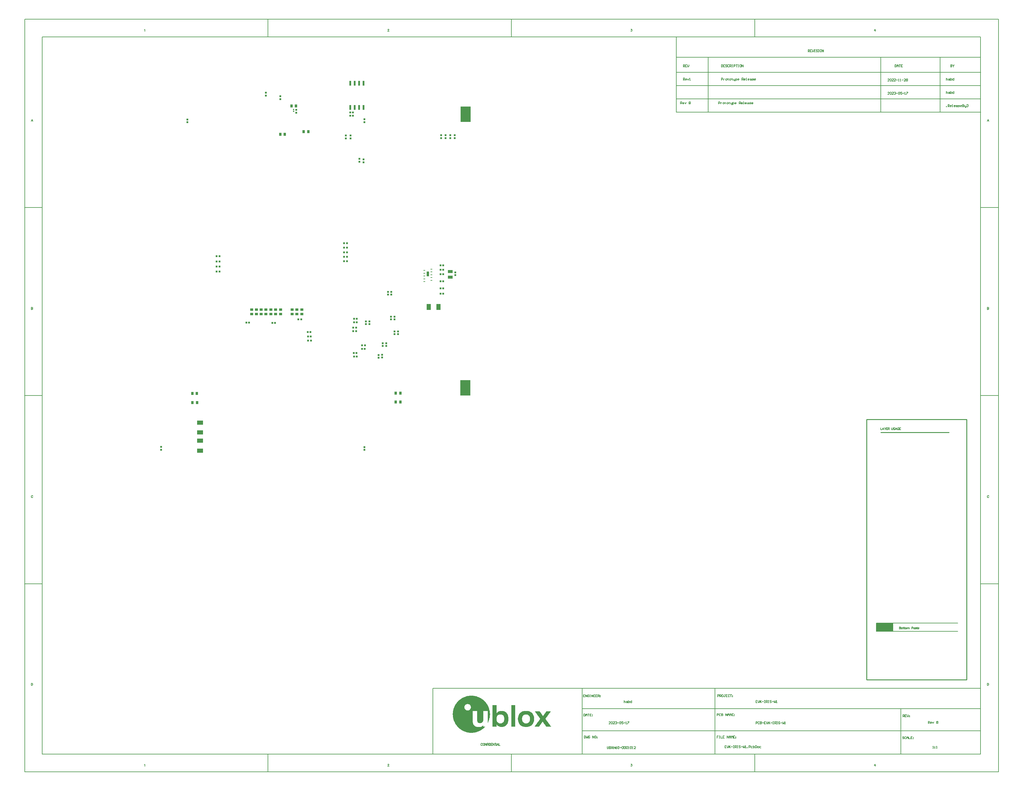
<source format=gbp>
G04*
G04 #@! TF.GenerationSoftware,Altium Limited,Altium Designer,24.5.2 (23)*
G04*
G04 Layer_Color=128*
%FSLAX44Y44*%
%MOMM*%
G71*
G04*
G04 #@! TF.SameCoordinates,06A8B94F-9278-456E-AD24-3EE51E5687D5*
G04*
G04*
G04 #@! TF.FilePolarity,Positive*
G04*
G01*
G75*
%ADD11C,0.1270*%
%ADD18C,0.1500*%
%ADD19C,0.2000*%
%ADD24R,4.8260X2.4130*%
%ADD25C,0.2540*%
%ADD35R,3.0000X4.5000*%
%ADD53R,1.2500X1.7500*%
%ADD54R,0.7500X0.9000*%
%ADD55R,0.5500X0.5200*%
%ADD79R,0.9000X0.7500*%
%ADD100R,0.5200X0.5500*%
%ADD108R,1.7500X1.2500*%
%ADD234R,0.5500X1.4000*%
%ADD235R,0.8000X1.4000*%
%ADD236R,0.6000X0.2000*%
%ADD237R,0.3000X0.3000*%
%ADD238R,1.3500X0.9500*%
G36*
X931375Y-543270D02*
X935910D01*
Y-543724D01*
X938632D01*
Y-544178D01*
X940899D01*
Y-544631D01*
X942713D01*
Y-545085D01*
X944528D01*
Y-545538D01*
X945888D01*
Y-545992D01*
X947249D01*
Y-546445D01*
X948610D01*
Y-546899D01*
X949517D01*
Y-547352D01*
X950878D01*
Y-547806D01*
X951785D01*
Y-548260D01*
X952692D01*
Y-548713D01*
X953599D01*
Y-549167D01*
X954506D01*
Y-549620D01*
X955413D01*
Y-550074D01*
X955867D01*
Y-550527D01*
X956774D01*
Y-550981D01*
X957681D01*
Y-551435D01*
X958135D01*
Y-551888D01*
X959042D01*
Y-552342D01*
X959495D01*
Y-552795D01*
X960402D01*
Y-553249D01*
X960856D01*
Y-553702D01*
X961309D01*
Y-554156D01*
X962216D01*
Y-554609D01*
X962670D01*
Y-555063D01*
X963123D01*
Y-555517D01*
X963577D01*
Y-555970D01*
X964484D01*
Y-556424D01*
X964938D01*
Y-556877D01*
X965391D01*
Y-557331D01*
X965845D01*
Y-557784D01*
X966298D01*
Y-558238D01*
X966752D01*
Y-558691D01*
X967206D01*
Y-559145D01*
X967659D01*
Y-559599D01*
X968113D01*
Y-560052D01*
X968566D01*
Y-560506D01*
X969020D01*
Y-560959D01*
X969473D01*
Y-561413D01*
Y-561866D01*
X969927D01*
Y-562320D01*
X970380D01*
Y-562773D01*
X970834D01*
Y-563227D01*
X971288D01*
Y-563680D01*
Y-564134D01*
X971741D01*
Y-564588D01*
X972195D01*
Y-565041D01*
X972648D01*
Y-565495D01*
Y-565948D01*
X973102D01*
Y-566402D01*
X973555D01*
Y-566855D01*
Y-567309D01*
X974009D01*
Y-567762D01*
X974463D01*
Y-568216D01*
Y-568670D01*
X974916D01*
Y-569123D01*
X975370D01*
Y-569577D01*
Y-570030D01*
X975823D01*
Y-570484D01*
Y-570937D01*
X976277D01*
Y-571391D01*
Y-571844D01*
X976730D01*
Y-572298D01*
Y-572752D01*
X977184D01*
Y-573205D01*
Y-573659D01*
X977637D01*
Y-574112D01*
Y-574566D01*
X978091D01*
Y-575019D01*
Y-575473D01*
X978544D01*
Y-575927D01*
Y-576380D01*
Y-576834D01*
X978998D01*
Y-577287D01*
Y-577741D01*
X979452D01*
Y-578194D01*
Y-578648D01*
Y-579101D01*
X979905D01*
Y-579555D01*
Y-580009D01*
Y-580462D01*
X980359D01*
Y-580916D01*
Y-581369D01*
Y-581823D01*
Y-582276D01*
X980812D01*
Y-582730D01*
Y-583183D01*
Y-583637D01*
Y-584090D01*
X981266D01*
Y-584544D01*
Y-584998D01*
Y-585451D01*
Y-585905D01*
X981719D01*
Y-586358D01*
Y-586812D01*
Y-587265D01*
Y-587719D01*
Y-588172D01*
Y-588626D01*
Y-589080D01*
X982173D01*
Y-589533D01*
Y-589987D01*
Y-590440D01*
Y-590894D01*
Y-591347D01*
Y-591801D01*
Y-592254D01*
Y-592708D01*
Y-593162D01*
Y-593615D01*
Y-594069D01*
X982626D01*
Y-594522D01*
Y-594976D01*
Y-595429D01*
Y-595883D01*
Y-596337D01*
Y-596790D01*
Y-597244D01*
Y-597697D01*
Y-598151D01*
Y-598604D01*
X982173D01*
Y-599058D01*
Y-599511D01*
Y-599965D01*
Y-600419D01*
Y-600872D01*
Y-601326D01*
Y-601779D01*
Y-602233D01*
Y-602686D01*
Y-603140D01*
Y-603593D01*
X981719D01*
Y-604047D01*
Y-604501D01*
Y-604954D01*
Y-605408D01*
Y-605861D01*
Y-606315D01*
X981266D01*
Y-606768D01*
Y-607222D01*
Y-607675D01*
Y-608129D01*
Y-608583D01*
X980812D01*
Y-609036D01*
Y-609490D01*
Y-609943D01*
Y-610397D01*
X980359D01*
Y-610850D01*
Y-611304D01*
Y-611758D01*
Y-612211D01*
X979905D01*
Y-612665D01*
Y-613118D01*
Y-613572D01*
X979452D01*
Y-614025D01*
Y-614479D01*
X978998D01*
Y-614932D01*
Y-615386D01*
Y-615839D01*
X978544D01*
Y-616293D01*
Y-616747D01*
X978091D01*
Y-617200D01*
Y-617654D01*
Y-618107D01*
X977637D01*
Y-618561D01*
Y-619014D01*
X977184D01*
Y-619468D01*
Y-619921D01*
X976730D01*
Y-620375D01*
Y-620829D01*
X976277D01*
Y-621282D01*
Y-621736D01*
X975823D01*
Y-621282D01*
Y-620829D01*
Y-620375D01*
Y-619921D01*
Y-619468D01*
Y-619014D01*
Y-618561D01*
Y-618107D01*
Y-617654D01*
Y-617200D01*
Y-616747D01*
Y-616293D01*
Y-615839D01*
Y-615386D01*
Y-614932D01*
Y-614479D01*
Y-614025D01*
Y-613572D01*
Y-613118D01*
Y-612665D01*
Y-612211D01*
Y-611758D01*
Y-611304D01*
Y-610850D01*
Y-610397D01*
Y-609943D01*
Y-609490D01*
Y-609036D01*
Y-608583D01*
Y-608129D01*
Y-607675D01*
Y-607222D01*
Y-606768D01*
Y-606315D01*
Y-605861D01*
Y-605408D01*
Y-604954D01*
Y-604501D01*
Y-604047D01*
Y-603593D01*
Y-603140D01*
Y-602686D01*
Y-602233D01*
Y-601779D01*
Y-601326D01*
Y-600872D01*
Y-600419D01*
Y-599965D01*
Y-599511D01*
Y-599058D01*
Y-598604D01*
Y-598151D01*
Y-597697D01*
Y-597244D01*
Y-596790D01*
Y-596337D01*
Y-595883D01*
Y-595429D01*
Y-594976D01*
Y-594522D01*
Y-594069D01*
Y-593615D01*
Y-593162D01*
Y-592708D01*
Y-592254D01*
Y-591801D01*
Y-591347D01*
Y-590894D01*
Y-590440D01*
Y-589987D01*
Y-589533D01*
Y-589080D01*
Y-588626D01*
Y-588172D01*
Y-587719D01*
Y-587265D01*
X963123D01*
Y-587719D01*
Y-588172D01*
Y-588626D01*
Y-589080D01*
Y-589533D01*
Y-589987D01*
Y-590440D01*
Y-590894D01*
Y-591347D01*
Y-591801D01*
Y-592254D01*
Y-592708D01*
Y-593162D01*
Y-593615D01*
Y-594069D01*
Y-594522D01*
Y-594976D01*
Y-595429D01*
Y-595883D01*
Y-596337D01*
Y-596790D01*
Y-597244D01*
Y-597697D01*
Y-598151D01*
Y-598604D01*
Y-599058D01*
Y-599511D01*
Y-599965D01*
Y-600419D01*
Y-600872D01*
Y-601326D01*
Y-601779D01*
Y-602233D01*
Y-602686D01*
Y-603140D01*
Y-603593D01*
Y-604047D01*
Y-604501D01*
Y-604954D01*
Y-605408D01*
Y-605861D01*
Y-606315D01*
Y-606768D01*
Y-607222D01*
Y-607675D01*
Y-608129D01*
Y-608583D01*
Y-609036D01*
Y-609490D01*
Y-609943D01*
Y-610397D01*
Y-610850D01*
Y-611304D01*
Y-611758D01*
Y-612211D01*
Y-612665D01*
Y-613118D01*
Y-613572D01*
Y-614025D01*
Y-614479D01*
Y-614932D01*
X962670D01*
Y-615386D01*
Y-615839D01*
Y-616293D01*
Y-616747D01*
X962216D01*
Y-617200D01*
Y-617654D01*
X961763D01*
Y-618107D01*
Y-618561D01*
X961309D01*
Y-619014D01*
X960856D01*
Y-619468D01*
X960402D01*
Y-619921D01*
X959949D01*
Y-620375D01*
X959495D01*
Y-620829D01*
X958588D01*
Y-621282D01*
X957227D01*
Y-621736D01*
X950878D01*
Y-621282D01*
X949517D01*
Y-620829D01*
X948610D01*
Y-620375D01*
X948156D01*
Y-619921D01*
X947703D01*
Y-619468D01*
X947249D01*
Y-619014D01*
Y-618561D01*
X946796D01*
Y-618107D01*
Y-617654D01*
X946342D01*
Y-617200D01*
Y-616747D01*
Y-616293D01*
Y-615839D01*
X945888D01*
Y-615386D01*
Y-614932D01*
Y-614479D01*
Y-614025D01*
Y-613572D01*
Y-613118D01*
Y-612665D01*
Y-612211D01*
Y-611758D01*
Y-611304D01*
Y-610850D01*
Y-610397D01*
Y-609943D01*
Y-609490D01*
Y-609036D01*
Y-608583D01*
Y-608129D01*
Y-607675D01*
Y-607222D01*
Y-606768D01*
Y-606315D01*
Y-605861D01*
Y-605408D01*
Y-604954D01*
Y-604501D01*
Y-604047D01*
Y-603593D01*
Y-603140D01*
Y-602686D01*
Y-602233D01*
Y-601779D01*
Y-601326D01*
Y-600872D01*
Y-600419D01*
Y-599965D01*
Y-599511D01*
Y-599058D01*
Y-598604D01*
Y-598151D01*
Y-597697D01*
Y-597244D01*
Y-596790D01*
Y-596337D01*
Y-595883D01*
Y-595429D01*
Y-594976D01*
Y-594522D01*
Y-594069D01*
Y-593615D01*
Y-593162D01*
Y-592708D01*
Y-592254D01*
Y-591801D01*
Y-591347D01*
Y-590894D01*
Y-590440D01*
Y-589987D01*
Y-589533D01*
Y-589080D01*
Y-588626D01*
Y-588172D01*
Y-587719D01*
Y-587265D01*
X933189D01*
Y-587719D01*
Y-588172D01*
Y-588626D01*
Y-589080D01*
Y-589533D01*
Y-589987D01*
Y-590440D01*
Y-590894D01*
Y-591347D01*
Y-591801D01*
Y-592254D01*
Y-592708D01*
Y-593162D01*
Y-593615D01*
Y-594069D01*
Y-594522D01*
Y-594976D01*
Y-595429D01*
Y-595883D01*
Y-596337D01*
Y-596790D01*
Y-597244D01*
Y-597697D01*
Y-598151D01*
Y-598604D01*
Y-599058D01*
Y-599511D01*
Y-599965D01*
Y-600419D01*
Y-600872D01*
Y-601326D01*
Y-601779D01*
Y-602233D01*
Y-602686D01*
Y-603140D01*
Y-603593D01*
Y-604047D01*
Y-604501D01*
Y-604954D01*
Y-605408D01*
Y-605861D01*
Y-606315D01*
Y-606768D01*
Y-607222D01*
Y-607675D01*
Y-608129D01*
Y-608583D01*
Y-609036D01*
Y-609490D01*
Y-609943D01*
Y-610397D01*
Y-610850D01*
Y-611304D01*
Y-611758D01*
Y-612211D01*
Y-612665D01*
Y-613118D01*
Y-613572D01*
Y-614025D01*
Y-614479D01*
Y-614932D01*
Y-615386D01*
Y-615839D01*
Y-616293D01*
Y-616747D01*
Y-617200D01*
Y-617654D01*
Y-618107D01*
Y-618561D01*
Y-619014D01*
Y-619468D01*
Y-619921D01*
Y-620375D01*
X933642D01*
Y-620829D01*
Y-621282D01*
Y-621736D01*
Y-622189D01*
X934096D01*
Y-622643D01*
Y-623096D01*
Y-623550D01*
X934549D01*
Y-624003D01*
Y-624457D01*
Y-624911D01*
X935003D01*
Y-625364D01*
Y-625818D01*
X935457D01*
Y-626271D01*
X935910D01*
Y-626725D01*
Y-627178D01*
X936364D01*
Y-627632D01*
X936817D01*
Y-628086D01*
X937271D01*
Y-628539D01*
X937724D01*
Y-628993D01*
X938178D01*
Y-629446D01*
X938632D01*
Y-629900D01*
X939539D01*
Y-630353D01*
X939992D01*
Y-630807D01*
X940899D01*
Y-631260D01*
X941806D01*
Y-631714D01*
X942713D01*
Y-632168D01*
X944074D01*
Y-632621D01*
X945888D01*
Y-633075D01*
X954960D01*
Y-632621D01*
X956774D01*
Y-632168D01*
X957681D01*
Y-631714D01*
X959042D01*
Y-631260D01*
X959495D01*
Y-630807D01*
X960402D01*
Y-630353D01*
X960856D01*
Y-629900D01*
X961309D01*
Y-629446D01*
X962216D01*
Y-628993D01*
X962670D01*
Y-628539D01*
X963123D01*
Y-628086D01*
Y-627632D01*
X963577D01*
Y-628086D01*
Y-628539D01*
Y-628993D01*
Y-629446D01*
Y-629900D01*
Y-630353D01*
Y-630807D01*
Y-631260D01*
Y-631714D01*
Y-632168D01*
X968566D01*
Y-632621D01*
X968113D01*
Y-633075D01*
X967659D01*
Y-633528D01*
X967206D01*
Y-633982D01*
X966752D01*
Y-634435D01*
X966298D01*
Y-634889D01*
X965845D01*
Y-635342D01*
X965391D01*
Y-635796D01*
X964938D01*
Y-636250D01*
X964031D01*
Y-636703D01*
X963577D01*
Y-637157D01*
X963123D01*
Y-637610D01*
X962670D01*
Y-638064D01*
X961763D01*
Y-638517D01*
X961309D01*
Y-638971D01*
X960856D01*
Y-639424D01*
X959949D01*
Y-639878D01*
X959495D01*
Y-640331D01*
X958588D01*
Y-640785D01*
X958135D01*
Y-641239D01*
X957227D01*
Y-641692D01*
X956774D01*
Y-642146D01*
X955867D01*
Y-642599D01*
X954960D01*
Y-643053D01*
X954052D01*
Y-643506D01*
X953599D01*
Y-643960D01*
X952692D01*
Y-644414D01*
X951331D01*
Y-644867D01*
X950424D01*
Y-645321D01*
X949517D01*
Y-645774D01*
X948156D01*
Y-646228D01*
X947249D01*
Y-646681D01*
X945888D01*
Y-647135D01*
X944074D01*
Y-647588D01*
X942713D01*
Y-648042D01*
X940899D01*
Y-648495D01*
X938178D01*
Y-648949D01*
X935003D01*
Y-649403D01*
X923211D01*
Y-648949D01*
X920036D01*
Y-648495D01*
X917768D01*
Y-648042D01*
X915954D01*
Y-647588D01*
X914139D01*
Y-647135D01*
X912779D01*
Y-646681D01*
X911418D01*
Y-646228D01*
X910058D01*
Y-645774D01*
X909150D01*
Y-645321D01*
X907790D01*
Y-644867D01*
X906883D01*
Y-644414D01*
X905975D01*
Y-643960D01*
X905068D01*
Y-643506D01*
X904161D01*
Y-643053D01*
X903254D01*
Y-642599D01*
X902347D01*
Y-642146D01*
X901893D01*
Y-641692D01*
X900986D01*
Y-641239D01*
X900079D01*
Y-640785D01*
X899626D01*
Y-640331D01*
X898719D01*
Y-639878D01*
X898265D01*
Y-639424D01*
X897812D01*
Y-638971D01*
X896904D01*
Y-638517D01*
X896451D01*
Y-638064D01*
X895997D01*
Y-637610D01*
X895090D01*
Y-637157D01*
X894637D01*
Y-636703D01*
X894183D01*
Y-636250D01*
X893729D01*
Y-635796D01*
X893276D01*
Y-635342D01*
X892822D01*
Y-634889D01*
X892369D01*
Y-634435D01*
X891915D01*
Y-633982D01*
X891462D01*
Y-633528D01*
X891008D01*
Y-633075D01*
X890555D01*
Y-632621D01*
X890101D01*
Y-632168D01*
X889648D01*
Y-631714D01*
X889194D01*
Y-631260D01*
X888740D01*
Y-630807D01*
X888287D01*
Y-630353D01*
X887833D01*
Y-629900D01*
Y-629446D01*
X887380D01*
Y-628993D01*
X886926D01*
Y-628539D01*
X886473D01*
Y-628086D01*
X886019D01*
Y-627632D01*
Y-627178D01*
X885565D01*
Y-626725D01*
X885112D01*
Y-626271D01*
Y-625818D01*
X884658D01*
Y-625364D01*
X884205D01*
Y-624911D01*
Y-624457D01*
X883751D01*
Y-624003D01*
X883298D01*
Y-623550D01*
Y-623096D01*
X882844D01*
Y-622643D01*
Y-622189D01*
X882391D01*
Y-621736D01*
Y-621282D01*
X881937D01*
Y-620829D01*
Y-620375D01*
X881484D01*
Y-619921D01*
Y-619468D01*
X881030D01*
Y-619014D01*
Y-618561D01*
X880576D01*
Y-618107D01*
Y-617654D01*
X880123D01*
Y-617200D01*
Y-616747D01*
X879669D01*
Y-616293D01*
Y-615839D01*
Y-615386D01*
X879216D01*
Y-614932D01*
Y-614479D01*
Y-614025D01*
X878762D01*
Y-613572D01*
Y-613118D01*
X878309D01*
Y-612665D01*
Y-612211D01*
Y-611758D01*
Y-611304D01*
X877855D01*
Y-610850D01*
Y-610397D01*
Y-609943D01*
X877402D01*
Y-609490D01*
Y-609036D01*
Y-608583D01*
Y-608129D01*
X876948D01*
Y-607675D01*
Y-607222D01*
Y-606768D01*
Y-606315D01*
Y-605861D01*
X876494D01*
Y-605408D01*
Y-604954D01*
Y-604501D01*
Y-604047D01*
Y-603593D01*
Y-603140D01*
Y-602686D01*
X876041D01*
Y-602233D01*
Y-601779D01*
Y-601326D01*
Y-600872D01*
Y-600419D01*
Y-599965D01*
Y-599511D01*
Y-599058D01*
Y-598604D01*
Y-598151D01*
X875587D01*
Y-597697D01*
Y-597244D01*
Y-596790D01*
Y-596337D01*
Y-595883D01*
Y-595429D01*
Y-594976D01*
Y-594522D01*
Y-594069D01*
X876041D01*
Y-593615D01*
Y-593162D01*
Y-592708D01*
Y-592254D01*
Y-591801D01*
Y-591347D01*
Y-590894D01*
Y-590440D01*
Y-589987D01*
X876494D01*
Y-589533D01*
Y-589080D01*
Y-588626D01*
Y-588172D01*
Y-587719D01*
Y-587265D01*
Y-586812D01*
X876948D01*
Y-586358D01*
Y-585905D01*
Y-585451D01*
Y-584998D01*
Y-584544D01*
X877402D01*
Y-584090D01*
Y-583637D01*
Y-583183D01*
Y-582730D01*
X877855D01*
Y-582276D01*
Y-581823D01*
Y-581369D01*
Y-580916D01*
X878309D01*
Y-580462D01*
Y-580009D01*
Y-579555D01*
X878762D01*
Y-579101D01*
Y-578648D01*
Y-578194D01*
X879216D01*
Y-577741D01*
Y-577287D01*
X879669D01*
Y-576834D01*
Y-576380D01*
Y-575927D01*
X880123D01*
Y-575473D01*
Y-575019D01*
X880576D01*
Y-574566D01*
Y-574112D01*
Y-573659D01*
X881030D01*
Y-573205D01*
Y-572752D01*
X881484D01*
Y-572298D01*
Y-571844D01*
X881937D01*
Y-571391D01*
Y-570937D01*
X882391D01*
Y-570484D01*
X882844D01*
Y-570030D01*
Y-569577D01*
X883298D01*
Y-569123D01*
Y-568670D01*
X883751D01*
Y-568216D01*
X884205D01*
Y-567762D01*
Y-567309D01*
X884658D01*
Y-566855D01*
X885112D01*
Y-566402D01*
Y-565948D01*
X885565D01*
Y-565495D01*
X886019D01*
Y-565041D01*
Y-564588D01*
X886473D01*
Y-564134D01*
X886926D01*
Y-563680D01*
X887380D01*
Y-563227D01*
Y-562773D01*
X887833D01*
Y-562320D01*
X888287D01*
Y-561866D01*
X888740D01*
Y-561413D01*
X889194D01*
Y-560959D01*
X889648D01*
Y-560506D01*
X890101D01*
Y-560052D01*
X890555D01*
Y-559599D01*
Y-559145D01*
X891008D01*
Y-558691D01*
X891462D01*
Y-558238D01*
X891915D01*
Y-557784D01*
X892822D01*
Y-557331D01*
X893276D01*
Y-556877D01*
X893729D01*
Y-556424D01*
X894183D01*
Y-555970D01*
X894637D01*
Y-555517D01*
X895090D01*
Y-555063D01*
X895544D01*
Y-554609D01*
X896451D01*
Y-554156D01*
X896904D01*
Y-553702D01*
X897358D01*
Y-553249D01*
X898265D01*
Y-552795D01*
X898719D01*
Y-552342D01*
X899626D01*
Y-551888D01*
X900079D01*
Y-551435D01*
X900986D01*
Y-550981D01*
X901440D01*
Y-550527D01*
X902347D01*
Y-550074D01*
X903254D01*
Y-549620D01*
X903708D01*
Y-549167D01*
X905068D01*
Y-548713D01*
X905975D01*
Y-548260D01*
X906883D01*
Y-547806D01*
X907790D01*
Y-547352D01*
X908697D01*
Y-546899D01*
X910058D01*
Y-546445D01*
X910965D01*
Y-545992D01*
X912325D01*
Y-545538D01*
X913686D01*
Y-545085D01*
X915500D01*
Y-544631D01*
X917314D01*
Y-544178D01*
X919582D01*
Y-543724D01*
X922757D01*
Y-543270D01*
X927293D01*
Y-542817D01*
X931375D01*
Y-543270D01*
D02*
G37*
G36*
X1001676Y-570484D02*
Y-570937D01*
Y-571391D01*
Y-571844D01*
Y-572298D01*
Y-572752D01*
Y-573205D01*
Y-573659D01*
Y-574112D01*
Y-574566D01*
Y-575019D01*
Y-575473D01*
Y-575927D01*
Y-576380D01*
Y-576834D01*
Y-577287D01*
Y-577741D01*
Y-578194D01*
Y-578648D01*
Y-579101D01*
Y-579555D01*
Y-580009D01*
Y-580462D01*
Y-580916D01*
Y-581369D01*
Y-581823D01*
Y-582276D01*
Y-582730D01*
Y-583183D01*
Y-583637D01*
Y-584090D01*
Y-584544D01*
Y-584998D01*
Y-585451D01*
Y-585905D01*
Y-586358D01*
Y-586812D01*
Y-587265D01*
Y-587719D01*
Y-588172D01*
Y-588626D01*
Y-589080D01*
Y-589533D01*
Y-589987D01*
Y-590440D01*
Y-590894D01*
Y-591347D01*
Y-591801D01*
Y-592254D01*
Y-592708D01*
X1002583D01*
Y-592254D01*
X1003036D01*
Y-591801D01*
X1003490D01*
Y-591347D01*
X1003944D01*
Y-590894D01*
X1004397D01*
Y-590440D01*
X1004851D01*
Y-589987D01*
X1005304D01*
Y-589533D01*
X1006211D01*
Y-589080D01*
X1006665D01*
Y-588626D01*
X1007572D01*
Y-588172D01*
X1008479D01*
Y-587719D01*
X1009840D01*
Y-587265D01*
X1011654D01*
Y-586812D01*
X1020272D01*
Y-587265D01*
X1022086D01*
Y-587719D01*
X1023447D01*
Y-588172D01*
X1024807D01*
Y-588626D01*
X1025714D01*
Y-589080D01*
X1026168D01*
Y-589533D01*
X1027075D01*
Y-589987D01*
X1027529D01*
Y-590440D01*
X1028436D01*
Y-590894D01*
X1028889D01*
Y-591347D01*
X1029343D01*
Y-591801D01*
X1029796D01*
Y-592254D01*
X1030250D01*
Y-592708D01*
X1030703D01*
Y-593162D01*
Y-593615D01*
X1031157D01*
Y-594069D01*
X1031610D01*
Y-594522D01*
X1032064D01*
Y-594976D01*
Y-595429D01*
X1032518D01*
Y-595883D01*
Y-596337D01*
X1032971D01*
Y-596790D01*
Y-597244D01*
X1033425D01*
Y-597697D01*
Y-598151D01*
X1033878D01*
Y-598604D01*
Y-599058D01*
Y-599511D01*
X1034332D01*
Y-599965D01*
Y-600419D01*
Y-600872D01*
Y-601326D01*
X1034785D01*
Y-601779D01*
Y-602233D01*
Y-602686D01*
Y-603140D01*
Y-603593D01*
X1035239D01*
Y-604047D01*
Y-604501D01*
Y-604954D01*
Y-605408D01*
Y-605861D01*
Y-606315D01*
Y-606768D01*
Y-607222D01*
Y-607675D01*
X1035693D01*
Y-608129D01*
X1035239D01*
Y-608583D01*
Y-609036D01*
Y-609490D01*
Y-609943D01*
Y-610397D01*
Y-610850D01*
Y-611304D01*
Y-611758D01*
Y-612211D01*
Y-612665D01*
Y-613118D01*
Y-613572D01*
Y-614025D01*
Y-614479D01*
Y-614932D01*
Y-615386D01*
Y-615839D01*
X1034785D01*
Y-616293D01*
Y-616747D01*
Y-617200D01*
Y-617654D01*
Y-618107D01*
X1034332D01*
Y-618561D01*
Y-619014D01*
Y-619468D01*
X1033878D01*
Y-619921D01*
Y-620375D01*
Y-620829D01*
X1033425D01*
Y-621282D01*
Y-621736D01*
Y-622189D01*
X1032971D01*
Y-622643D01*
Y-623096D01*
X1032518D01*
Y-623550D01*
Y-624003D01*
X1032064D01*
Y-624457D01*
X1031610D01*
Y-624911D01*
Y-625364D01*
X1031157D01*
Y-625818D01*
X1030703D01*
Y-626271D01*
X1030250D01*
Y-626725D01*
X1029796D01*
Y-627178D01*
Y-627632D01*
X1028889D01*
Y-628086D01*
X1028436D01*
Y-628539D01*
X1027982D01*
Y-628993D01*
X1027529D01*
Y-629446D01*
X1026621D01*
Y-629900D01*
X1026168D01*
Y-630353D01*
X1025261D01*
Y-630807D01*
X1024354D01*
Y-631260D01*
X1023447D01*
Y-631714D01*
X1022086D01*
Y-632168D01*
X1019818D01*
Y-632621D01*
X1012108D01*
Y-632168D01*
X1009840D01*
Y-631714D01*
X1008933D01*
Y-631260D01*
X1007572D01*
Y-630807D01*
X1007119D01*
Y-630353D01*
X1006211D01*
Y-629900D01*
X1005758D01*
Y-629446D01*
X1004851D01*
Y-628993D01*
X1004397D01*
Y-628539D01*
X1003944D01*
Y-628086D01*
X1003490D01*
Y-627632D01*
X1003036D01*
Y-627178D01*
X1002583D01*
Y-626725D01*
X1002129D01*
Y-626271D01*
Y-625818D01*
X1001222D01*
Y-626271D01*
Y-626725D01*
Y-627178D01*
Y-627632D01*
Y-628086D01*
Y-628539D01*
Y-628993D01*
Y-629446D01*
Y-629900D01*
Y-630353D01*
Y-630807D01*
Y-631260D01*
Y-631714D01*
X989883D01*
Y-631260D01*
Y-630807D01*
Y-630353D01*
Y-629900D01*
Y-629446D01*
Y-628993D01*
Y-628539D01*
Y-628086D01*
Y-627632D01*
Y-627178D01*
Y-626725D01*
Y-626271D01*
Y-625818D01*
Y-625364D01*
Y-624911D01*
Y-624457D01*
Y-624003D01*
Y-623550D01*
Y-623096D01*
Y-622643D01*
Y-622189D01*
Y-621736D01*
Y-621282D01*
Y-620829D01*
Y-620375D01*
Y-619921D01*
Y-619468D01*
Y-619014D01*
Y-618561D01*
Y-618107D01*
Y-617654D01*
Y-617200D01*
Y-616747D01*
Y-616293D01*
Y-615839D01*
Y-615386D01*
Y-614932D01*
Y-614479D01*
Y-614025D01*
Y-613572D01*
Y-613118D01*
Y-612665D01*
Y-612211D01*
Y-611758D01*
Y-611304D01*
Y-610850D01*
Y-610397D01*
Y-609943D01*
Y-609490D01*
Y-609036D01*
Y-608583D01*
Y-608129D01*
Y-607675D01*
Y-607222D01*
Y-606768D01*
Y-606315D01*
Y-605861D01*
Y-605408D01*
Y-604954D01*
Y-604501D01*
Y-604047D01*
Y-603593D01*
Y-603140D01*
Y-602686D01*
Y-602233D01*
Y-601779D01*
Y-601326D01*
Y-600872D01*
Y-600419D01*
Y-599965D01*
Y-599511D01*
Y-599058D01*
Y-598604D01*
Y-598151D01*
Y-597697D01*
Y-597244D01*
Y-596790D01*
Y-596337D01*
Y-595883D01*
Y-595429D01*
Y-594976D01*
Y-594522D01*
Y-594069D01*
Y-593615D01*
Y-593162D01*
Y-592708D01*
Y-592254D01*
Y-591801D01*
Y-591347D01*
Y-590894D01*
Y-590440D01*
Y-589987D01*
Y-589533D01*
Y-589080D01*
Y-588626D01*
Y-588172D01*
Y-587719D01*
Y-587265D01*
Y-586812D01*
Y-586358D01*
Y-585905D01*
Y-585451D01*
Y-584998D01*
Y-584544D01*
Y-584090D01*
Y-583637D01*
Y-583183D01*
Y-582730D01*
Y-582276D01*
Y-581823D01*
Y-581369D01*
Y-580916D01*
Y-580462D01*
Y-580009D01*
Y-579555D01*
Y-579101D01*
Y-578648D01*
Y-578194D01*
Y-577741D01*
Y-577287D01*
Y-576834D01*
Y-576380D01*
Y-575927D01*
Y-575473D01*
Y-575019D01*
Y-574566D01*
Y-574112D01*
Y-573659D01*
Y-573205D01*
Y-572752D01*
Y-572298D01*
Y-571844D01*
Y-571391D01*
Y-570937D01*
Y-570484D01*
Y-570030D01*
X1001676D01*
Y-570484D01*
D02*
G37*
G36*
X1055195D02*
Y-570937D01*
Y-571391D01*
Y-571844D01*
Y-572298D01*
Y-572752D01*
Y-573205D01*
Y-573659D01*
Y-574112D01*
Y-574566D01*
Y-575019D01*
Y-575473D01*
Y-575927D01*
Y-576380D01*
Y-576834D01*
Y-577287D01*
Y-577741D01*
Y-578194D01*
Y-578648D01*
Y-579101D01*
Y-579555D01*
Y-580009D01*
Y-580462D01*
Y-580916D01*
Y-581369D01*
Y-581823D01*
Y-582276D01*
Y-582730D01*
Y-583183D01*
Y-583637D01*
Y-584090D01*
Y-584544D01*
Y-584998D01*
Y-585451D01*
Y-585905D01*
Y-586358D01*
Y-586812D01*
Y-587265D01*
Y-587719D01*
Y-588172D01*
Y-588626D01*
Y-589080D01*
Y-589533D01*
Y-589987D01*
Y-590440D01*
Y-590894D01*
Y-591347D01*
Y-591801D01*
Y-592254D01*
Y-592708D01*
Y-593162D01*
Y-593615D01*
Y-594069D01*
Y-594522D01*
Y-594976D01*
Y-595429D01*
Y-595883D01*
Y-596337D01*
Y-596790D01*
Y-597244D01*
Y-597697D01*
Y-598151D01*
Y-598604D01*
Y-599058D01*
Y-599511D01*
Y-599965D01*
Y-600419D01*
Y-600872D01*
Y-601326D01*
Y-601779D01*
Y-602233D01*
Y-602686D01*
Y-603140D01*
Y-603593D01*
Y-604047D01*
Y-604501D01*
Y-604954D01*
Y-605408D01*
Y-605861D01*
Y-606315D01*
Y-606768D01*
Y-607222D01*
Y-607675D01*
Y-608129D01*
Y-608583D01*
Y-609036D01*
Y-609490D01*
Y-609943D01*
Y-610397D01*
Y-610850D01*
Y-611304D01*
Y-611758D01*
Y-612211D01*
Y-612665D01*
Y-613118D01*
Y-613572D01*
Y-614025D01*
Y-614479D01*
Y-614932D01*
Y-615386D01*
Y-615839D01*
Y-616293D01*
Y-616747D01*
Y-617200D01*
Y-617654D01*
Y-618107D01*
Y-618561D01*
Y-619014D01*
Y-619468D01*
Y-619921D01*
Y-620375D01*
Y-620829D01*
Y-621282D01*
Y-621736D01*
Y-622189D01*
Y-622643D01*
Y-623096D01*
Y-623550D01*
Y-624003D01*
Y-624457D01*
Y-624911D01*
Y-625364D01*
Y-625818D01*
Y-626271D01*
Y-626725D01*
Y-627178D01*
Y-627632D01*
Y-628086D01*
Y-628539D01*
Y-628993D01*
Y-629446D01*
Y-629900D01*
Y-630353D01*
Y-630807D01*
Y-631260D01*
Y-631714D01*
X1043857D01*
Y-631260D01*
Y-630807D01*
Y-630353D01*
Y-629900D01*
Y-629446D01*
Y-628993D01*
Y-628539D01*
Y-628086D01*
Y-627632D01*
Y-627178D01*
Y-626725D01*
Y-626271D01*
Y-625818D01*
Y-625364D01*
Y-624911D01*
Y-624457D01*
Y-624003D01*
Y-623550D01*
Y-623096D01*
Y-622643D01*
Y-622189D01*
Y-621736D01*
Y-621282D01*
Y-620829D01*
Y-620375D01*
Y-619921D01*
Y-619468D01*
Y-619014D01*
Y-618561D01*
Y-618107D01*
Y-617654D01*
Y-617200D01*
Y-616747D01*
Y-616293D01*
Y-615839D01*
Y-615386D01*
Y-614932D01*
Y-614479D01*
Y-614025D01*
Y-613572D01*
Y-613118D01*
Y-612665D01*
Y-612211D01*
Y-611758D01*
Y-611304D01*
Y-610850D01*
Y-610397D01*
Y-609943D01*
Y-609490D01*
Y-609036D01*
Y-608583D01*
Y-608129D01*
Y-607675D01*
Y-607222D01*
Y-606768D01*
Y-606315D01*
Y-605861D01*
Y-605408D01*
Y-604954D01*
Y-604501D01*
Y-604047D01*
Y-603593D01*
Y-603140D01*
Y-602686D01*
Y-602233D01*
Y-601779D01*
Y-601326D01*
Y-600872D01*
Y-600419D01*
Y-599965D01*
Y-599511D01*
Y-599058D01*
Y-598604D01*
Y-598151D01*
Y-597697D01*
Y-597244D01*
Y-596790D01*
Y-596337D01*
Y-595883D01*
Y-595429D01*
Y-594976D01*
Y-594522D01*
Y-594069D01*
Y-593615D01*
Y-593162D01*
Y-592708D01*
Y-592254D01*
Y-591801D01*
Y-591347D01*
Y-590894D01*
Y-590440D01*
Y-589987D01*
Y-589533D01*
Y-589080D01*
Y-588626D01*
Y-588172D01*
Y-587719D01*
Y-587265D01*
Y-586812D01*
Y-586358D01*
Y-585905D01*
Y-585451D01*
Y-584998D01*
Y-584544D01*
Y-584090D01*
Y-583637D01*
Y-583183D01*
Y-582730D01*
Y-582276D01*
Y-581823D01*
Y-581369D01*
Y-580916D01*
Y-580462D01*
Y-580009D01*
Y-579555D01*
Y-579101D01*
Y-578648D01*
Y-578194D01*
Y-577741D01*
Y-577287D01*
Y-576834D01*
Y-576380D01*
Y-575927D01*
Y-575473D01*
Y-575019D01*
Y-574566D01*
Y-574112D01*
Y-573659D01*
Y-573205D01*
Y-572752D01*
Y-572298D01*
Y-571844D01*
Y-571391D01*
Y-570937D01*
Y-570484D01*
Y-570030D01*
X1055195D01*
Y-570484D01*
D02*
G37*
G36*
X1091480Y-587265D02*
X1093748D01*
Y-587719D01*
X1095108D01*
Y-588172D01*
X1096469D01*
Y-588626D01*
X1097376D01*
Y-589080D01*
X1098283D01*
Y-589533D01*
X1099190D01*
Y-589987D01*
X1100098D01*
Y-590440D01*
X1100551D01*
Y-590894D01*
X1101458D01*
Y-591347D01*
X1101912D01*
Y-591801D01*
X1102365D01*
Y-592254D01*
X1102819D01*
Y-592708D01*
X1103272D01*
Y-593162D01*
X1103726D01*
Y-593615D01*
X1104180D01*
Y-594069D01*
X1104633D01*
Y-594522D01*
X1105087D01*
Y-594976D01*
Y-595429D01*
X1105540D01*
Y-595883D01*
X1105994D01*
Y-596337D01*
Y-596790D01*
X1106447D01*
Y-597244D01*
Y-597697D01*
X1106901D01*
Y-598151D01*
Y-598604D01*
X1107354D01*
Y-599058D01*
Y-599511D01*
X1107808D01*
Y-599965D01*
Y-600419D01*
Y-600872D01*
X1108261D01*
Y-601326D01*
Y-601779D01*
Y-602233D01*
Y-602686D01*
Y-603140D01*
X1108715D01*
Y-603593D01*
Y-604047D01*
Y-604501D01*
Y-604954D01*
Y-605408D01*
Y-605861D01*
Y-606315D01*
X1109169D01*
Y-606768D01*
Y-607222D01*
Y-607675D01*
Y-608129D01*
Y-608583D01*
Y-609036D01*
Y-609490D01*
Y-609943D01*
Y-610397D01*
Y-610850D01*
Y-611304D01*
Y-611758D01*
Y-612211D01*
Y-612665D01*
Y-613118D01*
X1108715D01*
Y-613572D01*
Y-614025D01*
Y-614479D01*
Y-614932D01*
Y-615386D01*
Y-615839D01*
Y-616293D01*
X1108261D01*
Y-616747D01*
Y-617200D01*
Y-617654D01*
Y-618107D01*
X1107808D01*
Y-618561D01*
Y-619014D01*
Y-619468D01*
X1107354D01*
Y-619921D01*
Y-620375D01*
Y-620829D01*
X1106901D01*
Y-621282D01*
Y-621736D01*
X1106447D01*
Y-622189D01*
Y-622643D01*
X1105994D01*
Y-623096D01*
Y-623550D01*
X1105540D01*
Y-624003D01*
X1105087D01*
Y-624457D01*
X1104633D01*
Y-624911D01*
Y-625364D01*
X1104180D01*
Y-625818D01*
X1103726D01*
Y-626271D01*
X1103272D01*
Y-626725D01*
X1102819D01*
Y-627178D01*
X1102365D01*
Y-627632D01*
X1101912D01*
Y-628086D01*
X1101005D01*
Y-628539D01*
X1100551D01*
Y-628993D01*
X1099644D01*
Y-629446D01*
X1099190D01*
Y-629900D01*
X1098283D01*
Y-630353D01*
X1097376D01*
Y-630807D01*
X1096015D01*
Y-631260D01*
X1094655D01*
Y-631714D01*
X1093294D01*
Y-632168D01*
X1091026D01*
Y-632621D01*
X1081502D01*
Y-632168D01*
X1078780D01*
Y-631714D01*
X1076966D01*
Y-631260D01*
X1076059D01*
Y-630807D01*
X1074698D01*
Y-630353D01*
X1073791D01*
Y-629900D01*
X1072884D01*
Y-629446D01*
X1072430D01*
Y-628993D01*
X1071523D01*
Y-628539D01*
X1071070D01*
Y-628086D01*
X1070163D01*
Y-627632D01*
X1069709D01*
Y-627178D01*
X1069256D01*
Y-626725D01*
X1068802D01*
Y-626271D01*
X1068348D01*
Y-625818D01*
X1067895D01*
Y-625364D01*
X1067441D01*
Y-624911D01*
Y-624457D01*
X1066988D01*
Y-624003D01*
X1066534D01*
Y-623550D01*
X1066081D01*
Y-623096D01*
Y-622643D01*
X1065627D01*
Y-622189D01*
Y-621736D01*
X1065174D01*
Y-621282D01*
Y-620829D01*
X1064720D01*
Y-620375D01*
Y-619921D01*
Y-619468D01*
X1064267D01*
Y-619014D01*
Y-618561D01*
Y-618107D01*
X1063813D01*
Y-617654D01*
Y-617200D01*
Y-616747D01*
Y-616293D01*
X1063359D01*
Y-615839D01*
Y-615386D01*
Y-614932D01*
Y-614479D01*
Y-614025D01*
Y-613572D01*
Y-613118D01*
Y-612665D01*
X1062906D01*
Y-612211D01*
Y-611758D01*
Y-611304D01*
Y-610850D01*
Y-610397D01*
Y-609943D01*
Y-609490D01*
Y-609036D01*
Y-608583D01*
Y-608129D01*
Y-607675D01*
Y-607222D01*
Y-606768D01*
X1063359D01*
Y-606315D01*
Y-605861D01*
Y-605408D01*
Y-604954D01*
Y-604501D01*
Y-604047D01*
Y-603593D01*
Y-603140D01*
X1063813D01*
Y-602686D01*
Y-602233D01*
Y-601779D01*
Y-601326D01*
X1064267D01*
Y-600872D01*
Y-600419D01*
Y-599965D01*
X1064720D01*
Y-599511D01*
Y-599058D01*
Y-598604D01*
X1065174D01*
Y-598151D01*
Y-597697D01*
X1065627D01*
Y-597244D01*
Y-596790D01*
X1066081D01*
Y-596337D01*
Y-595883D01*
X1066534D01*
Y-595429D01*
X1066988D01*
Y-594976D01*
Y-594522D01*
X1067441D01*
Y-594069D01*
X1067895D01*
Y-593615D01*
X1068348D01*
Y-593162D01*
X1068802D01*
Y-592708D01*
X1069256D01*
Y-592254D01*
X1069709D01*
Y-591801D01*
X1070163D01*
Y-591347D01*
X1070616D01*
Y-590894D01*
X1071523D01*
Y-590440D01*
X1071977D01*
Y-589987D01*
X1072884D01*
Y-589533D01*
X1073791D01*
Y-589080D01*
X1074698D01*
Y-588626D01*
X1075605D01*
Y-588172D01*
X1076966D01*
Y-587719D01*
X1078327D01*
Y-587265D01*
X1080595D01*
Y-586812D01*
X1091480D01*
Y-587265D01*
D02*
G37*
G36*
X1157245Y-588172D02*
X1156792D01*
Y-588626D01*
Y-589080D01*
X1156338D01*
Y-589533D01*
X1155885D01*
Y-589987D01*
X1155431D01*
Y-590440D01*
Y-590894D01*
X1154978D01*
Y-591347D01*
X1154524D01*
Y-591801D01*
Y-592254D01*
X1154071D01*
Y-592708D01*
X1153617D01*
Y-593162D01*
X1153164D01*
Y-593615D01*
Y-594069D01*
X1152710D01*
Y-594522D01*
X1152256D01*
Y-594976D01*
X1151803D01*
Y-595429D01*
Y-595883D01*
X1151349D01*
Y-596337D01*
X1150896D01*
Y-596790D01*
X1150442D01*
Y-597244D01*
Y-597697D01*
X1149989D01*
Y-598151D01*
X1149535D01*
Y-598604D01*
Y-599058D01*
X1149081D01*
Y-599511D01*
X1148628D01*
Y-599965D01*
X1148174D01*
Y-600419D01*
Y-600872D01*
X1147721D01*
Y-601326D01*
X1147267D01*
Y-601779D01*
X1146814D01*
Y-602233D01*
Y-602686D01*
X1146360D01*
Y-603140D01*
X1145907D01*
Y-603593D01*
Y-604047D01*
X1145453D01*
Y-604501D01*
X1144999D01*
Y-604954D01*
X1144546D01*
Y-605408D01*
Y-605861D01*
X1144092D01*
Y-606315D01*
X1143639D01*
Y-606768D01*
X1143185D01*
Y-607222D01*
Y-607675D01*
X1142732D01*
Y-608129D01*
X1142278D01*
Y-608583D01*
X1141825D01*
Y-609036D01*
Y-609490D01*
Y-609943D01*
X1142278D01*
Y-610397D01*
Y-610850D01*
X1142732D01*
Y-611304D01*
X1143185D01*
Y-611758D01*
X1143639D01*
Y-612211D01*
Y-612665D01*
X1144092D01*
Y-613118D01*
X1144546D01*
Y-613572D01*
X1144999D01*
Y-614025D01*
Y-614479D01*
X1145453D01*
Y-614932D01*
X1145907D01*
Y-615386D01*
Y-615839D01*
X1146360D01*
Y-616293D01*
X1146814D01*
Y-616747D01*
X1147267D01*
Y-617200D01*
Y-617654D01*
X1147721D01*
Y-618107D01*
X1148174D01*
Y-618561D01*
X1148628D01*
Y-619014D01*
Y-619468D01*
X1149081D01*
Y-619921D01*
X1149535D01*
Y-620375D01*
X1149989D01*
Y-620829D01*
Y-621282D01*
X1150442D01*
Y-621736D01*
X1150896D01*
Y-622189D01*
X1151349D01*
Y-622643D01*
Y-623096D01*
X1151803D01*
Y-623550D01*
X1152256D01*
Y-624003D01*
X1152710D01*
Y-624457D01*
Y-624911D01*
X1153164D01*
Y-625364D01*
X1153617D01*
Y-625818D01*
X1154071D01*
Y-626271D01*
Y-626725D01*
X1154524D01*
Y-627178D01*
X1154978D01*
Y-627632D01*
Y-628086D01*
X1155431D01*
Y-628539D01*
X1155885D01*
Y-628993D01*
X1156338D01*
Y-629446D01*
Y-629900D01*
X1156792D01*
Y-630353D01*
X1157245D01*
Y-630807D01*
X1157699D01*
Y-631260D01*
X1158153D01*
Y-631714D01*
X1143639D01*
Y-631260D01*
Y-630807D01*
X1143185D01*
Y-630353D01*
X1142732D01*
Y-629900D01*
X1142278D01*
Y-629446D01*
Y-628993D01*
X1141825D01*
Y-628539D01*
X1141371D01*
Y-628086D01*
X1140918D01*
Y-627632D01*
Y-627178D01*
X1140464D01*
Y-626725D01*
X1140010D01*
Y-626271D01*
Y-625818D01*
X1139557D01*
Y-625364D01*
X1139103D01*
Y-624911D01*
X1138650D01*
Y-624457D01*
Y-624003D01*
X1138196D01*
Y-623550D01*
X1137743D01*
Y-623096D01*
X1137289D01*
Y-622643D01*
Y-622189D01*
X1136835D01*
Y-621736D01*
X1136382D01*
Y-621282D01*
Y-620829D01*
X1135928D01*
Y-620375D01*
X1135475D01*
Y-619921D01*
X1135021D01*
Y-619468D01*
Y-619014D01*
X1134568D01*
Y-618561D01*
X1134114D01*
Y-618107D01*
X1133661D01*
Y-617654D01*
X1133207D01*
Y-618107D01*
Y-618561D01*
X1132754D01*
Y-619014D01*
X1132300D01*
Y-619468D01*
X1131846D01*
Y-619921D01*
Y-620375D01*
X1131393D01*
Y-620829D01*
X1130939D01*
Y-621282D01*
Y-621736D01*
X1130486D01*
Y-622189D01*
X1130032D01*
Y-622643D01*
X1129579D01*
Y-623096D01*
Y-623550D01*
X1129125D01*
Y-624003D01*
X1128671D01*
Y-624457D01*
Y-624911D01*
X1128218D01*
Y-625364D01*
X1127764D01*
Y-625818D01*
X1127311D01*
Y-626271D01*
Y-626725D01*
X1126857D01*
Y-627178D01*
X1126404D01*
Y-627632D01*
Y-628086D01*
X1125950D01*
Y-628539D01*
X1125497D01*
Y-628993D01*
X1125043D01*
Y-629446D01*
Y-629900D01*
X1124589D01*
Y-630353D01*
X1124136D01*
Y-630807D01*
Y-631260D01*
X1123682D01*
Y-631714D01*
X1110529D01*
Y-631260D01*
X1110983D01*
Y-630807D01*
X1111436D01*
Y-630353D01*
Y-629900D01*
X1111890D01*
Y-629446D01*
X1112344D01*
Y-628993D01*
X1112797D01*
Y-628539D01*
Y-628086D01*
X1113251D01*
Y-627632D01*
X1113704D01*
Y-627178D01*
Y-626725D01*
X1114158D01*
Y-626271D01*
X1114611D01*
Y-625818D01*
X1115065D01*
Y-625364D01*
X1115518D01*
Y-624911D01*
Y-624457D01*
X1115972D01*
Y-624003D01*
X1116425D01*
Y-623550D01*
Y-623096D01*
X1116879D01*
Y-622643D01*
X1117333D01*
Y-622189D01*
X1117786D01*
Y-621736D01*
Y-621282D01*
X1118240D01*
Y-620829D01*
X1118693D01*
Y-620375D01*
X1119147D01*
Y-619921D01*
Y-619468D01*
X1119600D01*
Y-619014D01*
X1120054D01*
Y-618561D01*
X1120508D01*
Y-618107D01*
Y-617654D01*
X1120961D01*
Y-617200D01*
X1121415D01*
Y-616747D01*
X1121868D01*
Y-616293D01*
Y-615839D01*
X1122322D01*
Y-615386D01*
X1122775D01*
Y-614932D01*
X1123229D01*
Y-614479D01*
Y-614025D01*
X1123682D01*
Y-613572D01*
X1124136D01*
Y-613118D01*
X1124589D01*
Y-612665D01*
Y-612211D01*
X1125043D01*
Y-611758D01*
X1125497D01*
Y-611304D01*
Y-610850D01*
X1125950D01*
Y-610397D01*
X1126404D01*
Y-609943D01*
X1126857D01*
Y-609490D01*
Y-609036D01*
X1126404D01*
Y-608583D01*
X1125950D01*
Y-608129D01*
X1125497D01*
Y-607675D01*
Y-607222D01*
X1125043D01*
Y-606768D01*
X1124589D01*
Y-606315D01*
X1124136D01*
Y-605861D01*
Y-605408D01*
X1123682D01*
Y-604954D01*
X1123229D01*
Y-604501D01*
Y-604047D01*
X1122775D01*
Y-603593D01*
X1122322D01*
Y-603140D01*
X1121868D01*
Y-602686D01*
Y-602233D01*
X1121415D01*
Y-601779D01*
X1120961D01*
Y-601326D01*
X1120508D01*
Y-600872D01*
Y-600419D01*
X1120054D01*
Y-599965D01*
X1119600D01*
Y-599511D01*
Y-599058D01*
X1119147D01*
Y-598604D01*
X1118693D01*
Y-598151D01*
X1118240D01*
Y-597697D01*
Y-597244D01*
X1117786D01*
Y-596790D01*
X1117333D01*
Y-596337D01*
X1116879D01*
Y-595883D01*
Y-595429D01*
X1116425D01*
Y-594976D01*
X1115972D01*
Y-594522D01*
Y-594069D01*
X1115518D01*
Y-593615D01*
X1115065D01*
Y-593162D01*
X1114611D01*
Y-592708D01*
Y-592254D01*
X1114158D01*
Y-591801D01*
X1113704D01*
Y-591347D01*
X1113251D01*
Y-590894D01*
Y-590440D01*
X1112797D01*
Y-589987D01*
X1112344D01*
Y-589533D01*
Y-589080D01*
X1111890D01*
Y-588626D01*
X1111436D01*
Y-588172D01*
X1110983D01*
Y-587719D01*
X1125043D01*
Y-588172D01*
X1125497D01*
Y-588626D01*
X1125950D01*
Y-589080D01*
Y-589533D01*
X1126404D01*
Y-589987D01*
X1126857D01*
Y-590440D01*
X1127311D01*
Y-590894D01*
Y-591347D01*
X1127764D01*
Y-591801D01*
X1128218D01*
Y-592254D01*
Y-592708D01*
X1128671D01*
Y-593162D01*
X1129125D01*
Y-593615D01*
Y-594069D01*
X1129579D01*
Y-594522D01*
X1130032D01*
Y-594976D01*
X1130486D01*
Y-595429D01*
Y-595883D01*
X1130939D01*
Y-596337D01*
X1131393D01*
Y-596790D01*
Y-597244D01*
X1131846D01*
Y-597697D01*
X1132300D01*
Y-598151D01*
X1132754D01*
Y-598604D01*
Y-599058D01*
X1133207D01*
Y-599511D01*
X1133661D01*
Y-599965D01*
Y-600419D01*
X1134114D01*
Y-600872D01*
X1134568D01*
Y-601326D01*
X1135021D01*
Y-600872D01*
X1135475D01*
Y-600419D01*
Y-599965D01*
X1135928D01*
Y-599511D01*
X1136382D01*
Y-599058D01*
X1136835D01*
Y-598604D01*
Y-598151D01*
X1137289D01*
Y-597697D01*
X1137743D01*
Y-597244D01*
Y-596790D01*
X1138196D01*
Y-596337D01*
X1138650D01*
Y-595883D01*
X1139103D01*
Y-595429D01*
Y-594976D01*
X1139557D01*
Y-594522D01*
X1140010D01*
Y-594069D01*
Y-593615D01*
X1140464D01*
Y-593162D01*
X1140918D01*
Y-592708D01*
X1141371D01*
Y-592254D01*
Y-591801D01*
X1141825D01*
Y-591347D01*
X1142278D01*
Y-590894D01*
Y-590440D01*
X1142732D01*
Y-589987D01*
X1143185D01*
Y-589533D01*
X1143639D01*
Y-589080D01*
Y-588626D01*
X1144092D01*
Y-588172D01*
X1144546D01*
Y-587719D01*
X1157245D01*
Y-588172D01*
D02*
G37*
%LPC*%
G36*
X919582Y-566855D02*
X917314D01*
Y-567309D01*
X915500D01*
Y-567762D01*
X914593D01*
Y-568216D01*
X913686D01*
Y-568670D01*
X912779D01*
Y-569123D01*
X912325D01*
Y-569577D01*
X911872D01*
Y-570030D01*
X911418D01*
Y-570484D01*
X910965D01*
Y-570937D01*
Y-571391D01*
X910511D01*
Y-571844D01*
X910058D01*
Y-572298D01*
Y-572752D01*
X909604D01*
Y-573205D01*
Y-573659D01*
Y-574112D01*
Y-574566D01*
X909150D01*
Y-575019D01*
Y-575473D01*
Y-575927D01*
Y-576380D01*
Y-576834D01*
Y-577287D01*
Y-577741D01*
Y-578194D01*
X909604D01*
Y-578648D01*
Y-579101D01*
Y-579555D01*
X910058D01*
Y-580009D01*
Y-580462D01*
X910511D01*
Y-580916D01*
Y-581369D01*
X910965D01*
Y-581823D01*
X911418D01*
Y-582276D01*
X911872D01*
Y-582730D01*
X912325D01*
Y-583183D01*
X912779D01*
Y-583637D01*
X913232D01*
Y-584090D01*
X914139D01*
Y-584544D01*
X915047D01*
Y-584998D01*
X916407D01*
Y-585451D01*
X920489D01*
Y-584998D01*
X921850D01*
Y-584544D01*
X922757D01*
Y-584090D01*
X923664D01*
Y-583637D01*
X924118D01*
Y-583183D01*
X924571D01*
Y-582730D01*
X925478D01*
Y-582276D01*
Y-581823D01*
X925932D01*
Y-581369D01*
X926385D01*
Y-580916D01*
Y-580462D01*
X926839D01*
Y-580009D01*
Y-579555D01*
X927293D01*
Y-579101D01*
Y-578648D01*
Y-578194D01*
X927746D01*
Y-577741D01*
Y-577287D01*
Y-576834D01*
Y-576380D01*
Y-575927D01*
Y-575473D01*
Y-575019D01*
Y-574566D01*
X927293D01*
Y-574112D01*
Y-573659D01*
Y-573205D01*
Y-572752D01*
X926839D01*
Y-572298D01*
Y-571844D01*
X926385D01*
Y-571391D01*
Y-570937D01*
X925932D01*
Y-570484D01*
X925478D01*
Y-570030D01*
X925025D01*
Y-569577D01*
X924571D01*
Y-569123D01*
X924118D01*
Y-568670D01*
X923211D01*
Y-568216D01*
X922757D01*
Y-567762D01*
X921396D01*
Y-567309D01*
X919582D01*
Y-566855D01*
D02*
G37*
G36*
X1014375Y-596790D02*
X1010293D01*
Y-597244D01*
X1008479D01*
Y-597697D01*
X1007119D01*
Y-598151D01*
X1006211D01*
Y-598604D01*
X1005758D01*
Y-599058D01*
X1004851D01*
Y-599511D01*
X1004397D01*
Y-599965D01*
X1003944D01*
Y-600419D01*
Y-600872D01*
X1003490D01*
Y-601326D01*
X1003036D01*
Y-601779D01*
Y-602233D01*
X1002583D01*
Y-602686D01*
Y-603140D01*
X1002129D01*
Y-603593D01*
Y-604047D01*
Y-604501D01*
X1001676D01*
Y-604954D01*
Y-605408D01*
Y-605861D01*
Y-606315D01*
Y-606768D01*
X1001222D01*
Y-607222D01*
Y-607675D01*
Y-608129D01*
Y-608583D01*
Y-609036D01*
Y-609490D01*
Y-609943D01*
Y-610397D01*
Y-610850D01*
Y-611304D01*
Y-611758D01*
Y-612211D01*
Y-612665D01*
X1001676D01*
Y-613118D01*
Y-613572D01*
Y-614025D01*
Y-614479D01*
Y-614932D01*
X1002129D01*
Y-615386D01*
Y-615839D01*
Y-616293D01*
X1002583D01*
Y-616747D01*
Y-617200D01*
X1003036D01*
Y-617654D01*
Y-618107D01*
X1003490D01*
Y-618561D01*
X1003944D01*
Y-619014D01*
X1004397D01*
Y-619468D01*
X1004851D01*
Y-619921D01*
X1005304D01*
Y-620375D01*
X1005758D01*
Y-620829D01*
X1006665D01*
Y-621282D01*
X1007572D01*
Y-621736D01*
X1008479D01*
Y-622189D01*
X1010747D01*
Y-622643D01*
X1013922D01*
Y-622189D01*
X1016190D01*
Y-621736D01*
X1017550D01*
Y-621282D01*
X1018457D01*
Y-620829D01*
X1018911D01*
Y-620375D01*
X1019818D01*
Y-619921D01*
X1020272D01*
Y-619468D01*
X1020725D01*
Y-619014D01*
X1021179D01*
Y-618561D01*
Y-618107D01*
X1021632D01*
Y-617654D01*
X1022086D01*
Y-617200D01*
Y-616747D01*
X1022539D01*
Y-616293D01*
Y-615839D01*
Y-615386D01*
X1022993D01*
Y-614932D01*
Y-614479D01*
Y-614025D01*
Y-613572D01*
X1023447D01*
Y-613118D01*
Y-612665D01*
Y-612211D01*
Y-611758D01*
Y-611304D01*
Y-610850D01*
Y-610397D01*
Y-609943D01*
Y-609490D01*
Y-609036D01*
Y-608583D01*
Y-608129D01*
Y-607675D01*
Y-607222D01*
Y-606768D01*
Y-606315D01*
Y-605861D01*
Y-605408D01*
X1022993D01*
Y-604954D01*
Y-604501D01*
Y-604047D01*
Y-603593D01*
X1022539D01*
Y-603140D01*
Y-602686D01*
X1022086D01*
Y-602233D01*
Y-601779D01*
X1021632D01*
Y-601326D01*
Y-600872D01*
X1021179D01*
Y-600419D01*
X1020725D01*
Y-599965D01*
X1020272D01*
Y-599511D01*
X1019818D01*
Y-599058D01*
X1019364D01*
Y-598604D01*
X1018457D01*
Y-598151D01*
X1017550D01*
Y-597697D01*
X1016643D01*
Y-597244D01*
X1014375D01*
Y-596790D01*
D02*
G37*
G36*
X1088305D02*
X1083769D01*
Y-597244D01*
X1081955D01*
Y-597697D01*
X1080595D01*
Y-598151D01*
X1079688D01*
Y-598604D01*
X1079234D01*
Y-599058D01*
X1078780D01*
Y-599511D01*
X1078327D01*
Y-599965D01*
X1077873D01*
Y-600419D01*
X1077420D01*
Y-600872D01*
X1076966D01*
Y-601326D01*
X1076513D01*
Y-601779D01*
Y-602233D01*
X1076059D01*
Y-602686D01*
Y-603140D01*
X1075605D01*
Y-603593D01*
Y-604047D01*
Y-604501D01*
X1075152D01*
Y-604954D01*
Y-605408D01*
Y-605861D01*
Y-606315D01*
Y-606768D01*
Y-607222D01*
Y-607675D01*
X1074698D01*
Y-608129D01*
Y-608583D01*
Y-609036D01*
Y-609490D01*
Y-609943D01*
Y-610397D01*
Y-610850D01*
Y-611304D01*
X1075152D01*
Y-611758D01*
Y-612211D01*
Y-612665D01*
Y-613118D01*
Y-613572D01*
Y-614025D01*
Y-614479D01*
X1075605D01*
Y-614932D01*
Y-615386D01*
Y-615839D01*
X1076059D01*
Y-616293D01*
Y-616747D01*
Y-617200D01*
X1076513D01*
Y-617654D01*
X1076966D01*
Y-618107D01*
Y-618561D01*
X1077420D01*
Y-619014D01*
X1077873D01*
Y-619468D01*
X1078327D01*
Y-619921D01*
X1078780D01*
Y-620375D01*
X1079234D01*
Y-620829D01*
X1080141D01*
Y-621282D01*
X1081048D01*
Y-621736D01*
X1082409D01*
Y-622189D01*
X1084677D01*
Y-622643D01*
X1087398D01*
Y-622189D01*
X1089666D01*
Y-621736D01*
X1091026D01*
Y-621282D01*
X1091934D01*
Y-620829D01*
X1092841D01*
Y-620375D01*
X1093294D01*
Y-619921D01*
X1093748D01*
Y-619468D01*
X1094201D01*
Y-619014D01*
X1094655D01*
Y-618561D01*
X1095108D01*
Y-618107D01*
Y-617654D01*
X1095562D01*
Y-617200D01*
X1096015D01*
Y-616747D01*
Y-616293D01*
Y-615839D01*
X1096469D01*
Y-615386D01*
Y-614932D01*
Y-614479D01*
X1096923D01*
Y-614025D01*
Y-613572D01*
Y-613118D01*
Y-612665D01*
Y-612211D01*
X1097376D01*
Y-611758D01*
Y-611304D01*
Y-610850D01*
Y-610397D01*
Y-609943D01*
Y-609490D01*
Y-609036D01*
Y-608583D01*
Y-608129D01*
Y-607675D01*
Y-607222D01*
X1096923D01*
Y-606768D01*
Y-606315D01*
Y-605861D01*
Y-605408D01*
Y-604954D01*
Y-604501D01*
X1096469D01*
Y-604047D01*
Y-603593D01*
Y-603140D01*
X1096015D01*
Y-602686D01*
Y-602233D01*
X1095562D01*
Y-601779D01*
Y-601326D01*
X1095108D01*
Y-600872D01*
X1094655D01*
Y-600419D01*
X1094201D01*
Y-599965D01*
X1093748D01*
Y-599511D01*
X1093294D01*
Y-599058D01*
X1092841D01*
Y-598604D01*
X1091934D01*
Y-598151D01*
X1091480D01*
Y-597697D01*
X1090119D01*
Y-597244D01*
X1088305D01*
Y-596790D01*
D02*
G37*
%LPD*%
D11*
X2157299Y-345590D02*
Y-351689D01*
Y-345590D02*
X2159913D01*
X2160784Y-345880D01*
X2161074Y-346171D01*
X2161364Y-346752D01*
Y-347332D01*
X2161074Y-347913D01*
X2160784Y-348204D01*
X2159913Y-348494D01*
X2157299D02*
X2159913D01*
X2160784Y-348784D01*
X2161074Y-349075D01*
X2161364Y-349656D01*
Y-350527D01*
X2161074Y-351108D01*
X2160784Y-351398D01*
X2159913Y-351689D01*
X2157299D01*
X2164182Y-347623D02*
X2163601Y-347913D01*
X2163020Y-348494D01*
X2162729Y-349365D01*
Y-349946D01*
X2163020Y-350817D01*
X2163601Y-351398D01*
X2164182Y-351689D01*
X2165053D01*
X2165634Y-351398D01*
X2166214Y-350817D01*
X2166505Y-349946D01*
Y-349365D01*
X2166214Y-348494D01*
X2165634Y-347913D01*
X2165053Y-347623D01*
X2164182D01*
X2168712Y-345590D02*
Y-350527D01*
X2169002Y-351398D01*
X2169583Y-351689D01*
X2170164D01*
X2167841Y-347623D02*
X2169874D01*
X2171907Y-345590D02*
Y-350527D01*
X2172197Y-351398D01*
X2172778Y-351689D01*
X2173359D01*
X2171035Y-347623D02*
X2173068D01*
X2175682D02*
X2175101Y-347913D01*
X2174520Y-348494D01*
X2174230Y-349365D01*
Y-349946D01*
X2174520Y-350817D01*
X2175101Y-351398D01*
X2175682Y-351689D01*
X2176553D01*
X2177134Y-351398D01*
X2177715Y-350817D01*
X2178005Y-349946D01*
Y-349365D01*
X2177715Y-348494D01*
X2177134Y-347913D01*
X2176553Y-347623D01*
X2175682D01*
X2179341D02*
Y-351689D01*
Y-348784D02*
X2180212Y-347913D01*
X2180793Y-347623D01*
X2181664D01*
X2182245Y-347913D01*
X2182536Y-348784D01*
Y-351689D01*
Y-348784D02*
X2183407Y-347913D01*
X2183988Y-347623D01*
X2184859D01*
X2185440Y-347913D01*
X2185730Y-348784D01*
Y-351689D01*
X2192439Y-348784D02*
X2195052D01*
X2195924Y-348494D01*
X2196214Y-348204D01*
X2196505Y-347623D01*
Y-346752D01*
X2196214Y-346171D01*
X2195924Y-345880D01*
X2195052Y-345590D01*
X2192439D01*
Y-351689D01*
X2201354Y-347623D02*
Y-351689D01*
Y-348494D02*
X2200774Y-347913D01*
X2200193Y-347623D01*
X2199322D01*
X2198741Y-347913D01*
X2198160Y-348494D01*
X2197870Y-349365D01*
Y-349946D01*
X2198160Y-350817D01*
X2198741Y-351398D01*
X2199322Y-351689D01*
X2200193D01*
X2200774Y-351398D01*
X2201354Y-350817D01*
X2206175Y-348494D02*
X2205885Y-347913D01*
X2205014Y-347623D01*
X2204142D01*
X2203271Y-347913D01*
X2202981Y-348494D01*
X2203271Y-349075D01*
X2203852Y-349365D01*
X2205304Y-349656D01*
X2205885Y-349946D01*
X2206175Y-350527D01*
Y-350817D01*
X2205885Y-351398D01*
X2205014Y-351689D01*
X2204142D01*
X2203271Y-351398D01*
X2202981Y-350817D01*
X2208324Y-345590D02*
Y-350527D01*
X2208615Y-351398D01*
X2209196Y-351689D01*
X2209776D01*
X2207453Y-347623D02*
X2209486D01*
X2210648Y-349365D02*
X2214133D01*
Y-348784D01*
X2213842Y-348204D01*
X2213552Y-347913D01*
X2212971Y-347623D01*
X2212100D01*
X2211519Y-347913D01*
X2210938Y-348494D01*
X2210648Y-349365D01*
Y-349946D01*
X2210938Y-350817D01*
X2211519Y-351398D01*
X2212100Y-351689D01*
X2212971D01*
X2213552Y-351398D01*
X2214133Y-350817D01*
X-329019Y1104464D02*
X-331342Y1110563D01*
X-333665Y1104464D01*
X-332794Y1106497D02*
X-329890D01*
X-333665Y570813D02*
Y564714D01*
Y570813D02*
X-331052D01*
X-330180Y570523D01*
X-329890Y570232D01*
X-329600Y569651D01*
Y569071D01*
X-329890Y568490D01*
X-330180Y568199D01*
X-331052Y567909D01*
X-333665D02*
X-331052D01*
X-330180Y567618D01*
X-329890Y567328D01*
X-329600Y566747D01*
Y565876D01*
X-329890Y565295D01*
X-330180Y565005D01*
X-331052Y564714D01*
X-333665D01*
X-329309Y29611D02*
X-329600Y30192D01*
X-330180Y30773D01*
X-330761Y31063D01*
X-331923D01*
X-332504Y30773D01*
X-333084Y30192D01*
X-333375Y29611D01*
X-333665Y28740D01*
Y27288D01*
X-333375Y26416D01*
X-333084Y25836D01*
X-332504Y25255D01*
X-331923Y24964D01*
X-330761D01*
X-330180Y25255D01*
X-329600Y25836D01*
X-329309Y26416D01*
X-333665Y-507417D02*
Y-513516D01*
Y-507417D02*
X-331632D01*
X-330761Y-507707D01*
X-330180Y-508288D01*
X-329890Y-508869D01*
X-329600Y-509740D01*
Y-511192D01*
X-329890Y-512064D01*
X-330180Y-512644D01*
X-330761Y-513225D01*
X-331632Y-513516D01*
X-333665D01*
X-9476Y-740227D02*
X-8895Y-739936D01*
X-8024Y-739065D01*
Y-745164D01*
X689483Y-740517D02*
Y-740227D01*
X689773Y-739646D01*
X690064Y-739355D01*
X690645Y-739065D01*
X691806D01*
X692387Y-739355D01*
X692678Y-739646D01*
X692968Y-740227D01*
Y-740807D01*
X692678Y-741388D01*
X692097Y-742260D01*
X689193Y-745164D01*
X693258D01*
X1387003Y-739065D02*
X1390198D01*
X1388456Y-741388D01*
X1389327D01*
X1389908Y-741679D01*
X1390198Y-741969D01*
X1390488Y-742840D01*
Y-743421D01*
X1390198Y-744292D01*
X1389617Y-744873D01*
X1388746Y-745164D01*
X1387875D01*
X1387003Y-744873D01*
X1386713Y-744583D01*
X1386423Y-744002D01*
X2088083Y-739065D02*
X2085179Y-743131D01*
X2089536D01*
X2088083Y-739065D02*
Y-745164D01*
X-9476Y1367973D02*
X-8895Y1368264D01*
X-8024Y1369135D01*
Y1363036D01*
X689483Y1367683D02*
Y1367973D01*
X689773Y1368554D01*
X690064Y1368845D01*
X690645Y1369135D01*
X691806D01*
X692387Y1368845D01*
X692678Y1368554D01*
X692968Y1367973D01*
Y1367393D01*
X692678Y1366812D01*
X692097Y1365941D01*
X689193Y1363036D01*
X693258D01*
X1387003Y1369135D02*
X1390198D01*
X1388456Y1366812D01*
X1389327D01*
X1389908Y1366521D01*
X1390198Y1366231D01*
X1390488Y1365360D01*
Y1364779D01*
X1390198Y1363908D01*
X1389617Y1363327D01*
X1388746Y1363036D01*
X1387875D01*
X1387003Y1363327D01*
X1386713Y1363617D01*
X1386423Y1364198D01*
X2088083Y1369135D02*
X2085179Y1365069D01*
X2089536D01*
X2088083Y1369135D02*
Y1363036D01*
X2414181Y1104464D02*
X2411858Y1110563D01*
X2409535Y1104464D01*
X2410406Y1106497D02*
X2413310D01*
X2409535Y570813D02*
Y564714D01*
Y570813D02*
X2412148D01*
X2413020Y570523D01*
X2413310Y570232D01*
X2413600Y569651D01*
Y569071D01*
X2413310Y568490D01*
X2413020Y568199D01*
X2412148Y567909D01*
X2409535D02*
X2412148D01*
X2413020Y567618D01*
X2413310Y567328D01*
X2413600Y566747D01*
Y565876D01*
X2413310Y565295D01*
X2413020Y565005D01*
X2412148Y564714D01*
X2409535D01*
X2413891Y29611D02*
X2413600Y30192D01*
X2413020Y30773D01*
X2412439Y31063D01*
X2411277D01*
X2410696Y30773D01*
X2410116Y30192D01*
X2409825Y29611D01*
X2409535Y28740D01*
Y27288D01*
X2409825Y26416D01*
X2410116Y25836D01*
X2410696Y25255D01*
X2411277Y24964D01*
X2412439D01*
X2413020Y25255D01*
X2413600Y25836D01*
X2413891Y26416D01*
X2409535Y-507417D02*
Y-513516D01*
Y-507417D02*
X2411568D01*
X2412439Y-507707D01*
X2413020Y-508288D01*
X2413310Y-508869D01*
X2413600Y-509740D01*
Y-511192D01*
X2413310Y-512064D01*
X2413020Y-512644D01*
X2412439Y-513225D01*
X2411568Y-513516D01*
X2409535D01*
X2103959Y225656D02*
Y219557D01*
X2107444D01*
X2112758D02*
X2110435Y225656D01*
X2108112Y219557D01*
X2108983Y221590D02*
X2111887D01*
X2114181Y225656D02*
X2116505Y222752D01*
Y219557D01*
X2118828Y225656D02*
X2116505Y222752D01*
X2123387Y225656D02*
X2119612D01*
Y219557D01*
X2123387D01*
X2119612Y222752D02*
X2121935D01*
X2124404Y225656D02*
Y219557D01*
Y225656D02*
X2127018D01*
X2127889Y225366D01*
X2128179Y225075D01*
X2128470Y224494D01*
Y223914D01*
X2128179Y223333D01*
X2127889Y223042D01*
X2127018Y222752D01*
X2124404D01*
X2126437D02*
X2128470Y219557D01*
X2134626Y225656D02*
Y221300D01*
X2134917Y220429D01*
X2135498Y219848D01*
X2136369Y219557D01*
X2136950D01*
X2137821Y219848D01*
X2138402Y220429D01*
X2138692Y221300D01*
Y225656D01*
X2144442Y224785D02*
X2143862Y225366D01*
X2142990Y225656D01*
X2141829D01*
X2140957Y225366D01*
X2140376Y224785D01*
Y224204D01*
X2140667Y223623D01*
X2140957Y223333D01*
X2141538Y223042D01*
X2143281Y222461D01*
X2143862Y222171D01*
X2144152Y221881D01*
X2144442Y221300D01*
Y220429D01*
X2143862Y219848D01*
X2142990Y219557D01*
X2141829D01*
X2140957Y219848D01*
X2140376Y220429D01*
X2150454Y219557D02*
X2148131Y225656D01*
X2145807Y219557D01*
X2146678Y221590D02*
X2149583D01*
X2156233Y224204D02*
X2155943Y224785D01*
X2155362Y225366D01*
X2154781Y225656D01*
X2153619D01*
X2153038Y225366D01*
X2152458Y224785D01*
X2152167Y224204D01*
X2151877Y223333D01*
Y221881D01*
X2152167Y221009D01*
X2152458Y220429D01*
X2153038Y219848D01*
X2153619Y219557D01*
X2154781D01*
X2155362Y219848D01*
X2155943Y220429D01*
X2156233Y221009D01*
Y221881D01*
X2154781D02*
X2156233D01*
X2161402Y225656D02*
X2157627D01*
Y219557D01*
X2161402D01*
X2157627Y222752D02*
X2159950D01*
X1895245Y1304016D02*
Y1310114D01*
X1898294D01*
X1899310Y1309098D01*
Y1307065D01*
X1898294Y1306049D01*
X1895245D01*
X1897277D02*
X1899310Y1304016D01*
X1905408Y1310114D02*
X1901343D01*
Y1304016D01*
X1905408D01*
X1901343Y1307065D02*
X1903375D01*
X1907441Y1310114D02*
Y1306049D01*
X1909473Y1304016D01*
X1911506Y1306049D01*
Y1310114D01*
X1913539D02*
X1915571D01*
X1914555D01*
Y1304016D01*
X1913539D01*
X1915571D01*
X1922686Y1309098D02*
X1921669Y1310114D01*
X1919637D01*
X1918620Y1309098D01*
Y1308082D01*
X1919637Y1307065D01*
X1921669D01*
X1922686Y1306049D01*
Y1305033D01*
X1921669Y1304016D01*
X1919637D01*
X1918620Y1305033D01*
X1924718Y1310114D02*
X1926751D01*
X1925735D01*
Y1304016D01*
X1924718D01*
X1926751D01*
X1932849Y1310114D02*
X1930816D01*
X1929800Y1309098D01*
Y1305033D01*
X1930816Y1304016D01*
X1932849D01*
X1933865Y1305033D01*
Y1309098D01*
X1932849Y1310114D01*
X1935898Y1304016D02*
Y1310114D01*
X1939963Y1304016D01*
Y1310114D01*
X1537105Y1260836D02*
Y1266934D01*
X1540154D01*
X1541170Y1265918D01*
Y1263885D01*
X1540154Y1262869D01*
X1537105D01*
X1539137D02*
X1541170Y1260836D01*
X1547268Y1266934D02*
X1543203D01*
Y1260836D01*
X1547268D01*
X1543203Y1263885D02*
X1545235D01*
X1549301Y1266934D02*
Y1262869D01*
X1551333Y1260836D01*
X1553366Y1262869D01*
Y1266934D01*
X1646325D02*
Y1260836D01*
X1649374D01*
X1650390Y1261853D01*
Y1265918D01*
X1649374Y1266934D01*
X1646325D01*
X1656488D02*
X1652423D01*
Y1260836D01*
X1656488D01*
X1652423Y1263885D02*
X1654455D01*
X1662586Y1265918D02*
X1661570Y1266934D01*
X1659537D01*
X1658521Y1265918D01*
Y1264902D01*
X1659537Y1263885D01*
X1661570D01*
X1662586Y1262869D01*
Y1261853D01*
X1661570Y1260836D01*
X1659537D01*
X1658521Y1261853D01*
X1668684Y1265918D02*
X1667668Y1266934D01*
X1665635D01*
X1664619Y1265918D01*
Y1261853D01*
X1665635Y1260836D01*
X1667668D01*
X1668684Y1261853D01*
X1670717Y1260836D02*
Y1266934D01*
X1673766D01*
X1674782Y1265918D01*
Y1263885D01*
X1673766Y1262869D01*
X1670717D01*
X1672749D02*
X1674782Y1260836D01*
X1676815Y1266934D02*
X1678847D01*
X1677831D01*
Y1260836D01*
X1676815D01*
X1678847D01*
X1681896D02*
Y1266934D01*
X1684945D01*
X1685962Y1265918D01*
Y1263885D01*
X1684945Y1262869D01*
X1681896D01*
X1687994Y1266934D02*
X1692060D01*
X1690027D01*
Y1260836D01*
X1694092Y1266934D02*
X1696125D01*
X1695109D01*
Y1260836D01*
X1694092D01*
X1696125D01*
X1702223Y1266934D02*
X1700190D01*
X1699174Y1265918D01*
Y1261853D01*
X1700190Y1260836D01*
X1702223D01*
X1703239Y1261853D01*
Y1265918D01*
X1702223Y1266934D01*
X1705272Y1260836D02*
Y1266934D01*
X1709337Y1260836D01*
Y1266934D01*
X2144165D02*
Y1260836D01*
X2147214D01*
X2148230Y1261853D01*
Y1265918D01*
X2147214Y1266934D01*
X2144165D01*
X2150263Y1260836D02*
Y1264902D01*
X2152295Y1266934D01*
X2154328Y1264902D01*
Y1260836D01*
Y1263885D01*
X2150263D01*
X2156361Y1266934D02*
X2160426D01*
X2158393D01*
Y1260836D01*
X2166524Y1266934D02*
X2162459D01*
Y1260836D01*
X2166524D01*
X2162459Y1263885D02*
X2164491D01*
X2304185Y1266934D02*
Y1260836D01*
X2307234D01*
X2308250Y1261853D01*
Y1262869D01*
X2307234Y1263885D01*
X2304185D01*
X2307234D01*
X2308250Y1264902D01*
Y1265918D01*
X2307234Y1266934D01*
X2304185D01*
X2310283D02*
Y1265918D01*
X2312315Y1263885D01*
X2314348Y1265918D01*
Y1266934D01*
X2312315Y1263885D02*
Y1260836D01*
X1537105Y1222736D02*
Y1228834D01*
X1540154D01*
X1541170Y1227818D01*
Y1225785D01*
X1540154Y1224769D01*
X1537105D01*
X1539137D02*
X1541170Y1222736D01*
X1546252D02*
X1544219D01*
X1543203Y1223753D01*
Y1225785D01*
X1544219Y1226802D01*
X1546252D01*
X1547268Y1225785D01*
Y1224769D01*
X1543203D01*
X1549301Y1226802D02*
X1551333Y1222736D01*
X1553366Y1226802D01*
X1555399Y1222736D02*
X1557431D01*
X1556415D01*
Y1228834D01*
X1555399Y1227818D01*
X1646325Y1222736D02*
Y1228834D01*
X1649374D01*
X1650390Y1227818D01*
Y1225785D01*
X1649374Y1224769D01*
X1646325D01*
X1652423Y1226802D02*
Y1222736D01*
Y1224769D01*
X1653439Y1225785D01*
X1654455Y1226802D01*
X1655472D01*
X1659537Y1222736D02*
X1661570D01*
X1662586Y1223753D01*
Y1225785D01*
X1661570Y1226802D01*
X1659537D01*
X1658521Y1225785D01*
Y1223753D01*
X1659537Y1222736D01*
X1665635Y1227818D02*
Y1226802D01*
X1664619D01*
X1666651D01*
X1665635D01*
Y1223753D01*
X1666651Y1222736D01*
X1670717D02*
X1672749D01*
X1673766Y1223753D01*
Y1225785D01*
X1672749Y1226802D01*
X1670717D01*
X1669700Y1225785D01*
Y1223753D01*
X1670717Y1222736D01*
X1676815Y1227818D02*
Y1226802D01*
X1675798D01*
X1677831D01*
X1676815D01*
Y1223753D01*
X1677831Y1222736D01*
X1680880Y1226802D02*
Y1223753D01*
X1681896Y1222736D01*
X1684945D01*
Y1221720D01*
X1683929Y1220704D01*
X1682913D01*
X1684945Y1222736D02*
Y1226802D01*
X1686978Y1220704D02*
Y1226802D01*
X1690027D01*
X1691043Y1225785D01*
Y1223753D01*
X1690027Y1222736D01*
X1686978D01*
X1696125D02*
X1694092D01*
X1693076Y1223753D01*
Y1225785D01*
X1694092Y1226802D01*
X1696125D01*
X1697141Y1225785D01*
Y1224769D01*
X1693076D01*
X1705272Y1222736D02*
Y1228834D01*
X1708321D01*
X1709337Y1227818D01*
Y1225785D01*
X1708321Y1224769D01*
X1705272D01*
X1707305D02*
X1709337Y1222736D01*
X1714419D02*
X1712386D01*
X1711370Y1223753D01*
Y1225785D01*
X1712386Y1226802D01*
X1714419D01*
X1715435Y1225785D01*
Y1224769D01*
X1711370D01*
X1717468Y1222736D02*
X1719501D01*
X1718484D01*
Y1228834D01*
X1717468D01*
X1725599Y1222736D02*
X1723566D01*
X1722550Y1223753D01*
Y1225785D01*
X1723566Y1226802D01*
X1725599D01*
X1726615Y1225785D01*
Y1224769D01*
X1722550D01*
X1729664Y1226802D02*
X1731697D01*
X1732713Y1225785D01*
Y1222736D01*
X1729664D01*
X1728648Y1223753D01*
X1729664Y1224769D01*
X1732713D01*
X1734746Y1222736D02*
X1737795D01*
X1738811Y1223753D01*
X1737795Y1224769D01*
X1735762D01*
X1734746Y1225785D01*
X1735762Y1226802D01*
X1738811D01*
X1743893Y1222736D02*
X1741860D01*
X1740844Y1223753D01*
Y1225785D01*
X1741860Y1226802D01*
X1743893D01*
X1744909Y1225785D01*
Y1224769D01*
X1740844D01*
X2127910Y1220196D02*
X2123845D01*
X2127910Y1224262D01*
Y1225278D01*
X2126894Y1226294D01*
X2124861D01*
X2123845Y1225278D01*
X2129943D02*
X2130959Y1226294D01*
X2132992D01*
X2134008Y1225278D01*
Y1221213D01*
X2132992Y1220196D01*
X2130959D01*
X2129943Y1221213D01*
Y1225278D01*
X2140106Y1220196D02*
X2136041D01*
X2140106Y1224262D01*
Y1225278D01*
X2139090Y1226294D01*
X2137057D01*
X2136041Y1225278D01*
X2146204Y1220196D02*
X2142139D01*
X2146204Y1224262D01*
Y1225278D01*
X2145188Y1226294D01*
X2143155D01*
X2142139Y1225278D01*
X2148237Y1223245D02*
X2152302D01*
X2154335Y1220196D02*
X2156367D01*
X2155351D01*
Y1226294D01*
X2154335Y1225278D01*
X2159416Y1220196D02*
X2161449D01*
X2160433D01*
Y1226294D01*
X2159416Y1225278D01*
X2164498Y1223245D02*
X2168563D01*
X2174661Y1220196D02*
X2170596D01*
X2174661Y1224262D01*
Y1225278D01*
X2173645Y1226294D01*
X2171612D01*
X2170596Y1225278D01*
X2176694D02*
X2177710Y1226294D01*
X2179743D01*
X2180759Y1225278D01*
Y1224262D01*
X2179743Y1223245D01*
X2180759Y1222229D01*
Y1221213D01*
X2179743Y1220196D01*
X2177710D01*
X2176694Y1221213D01*
Y1222229D01*
X2177710Y1223245D01*
X2176694Y1224262D01*
Y1225278D01*
X2177710Y1223245D02*
X2179743D01*
X2291485Y1228834D02*
Y1222736D01*
Y1225785D01*
X2292501Y1226802D01*
X2294534D01*
X2295550Y1225785D01*
Y1222736D01*
X2298599Y1226802D02*
X2300632D01*
X2301648Y1225785D01*
Y1222736D01*
X2298599D01*
X2297583Y1223753D01*
X2298599Y1224769D01*
X2301648D01*
X2303681Y1228834D02*
Y1222736D01*
X2306730D01*
X2307746Y1223753D01*
Y1224769D01*
Y1225785D01*
X2306730Y1226802D01*
X2303681D01*
X2313844Y1228834D02*
Y1222736D01*
X2310795D01*
X2309779Y1223753D01*
Y1225785D01*
X2310795Y1226802D01*
X2313844D01*
X1638641Y1154377D02*
Y1160474D01*
X1641690D01*
X1642706Y1159458D01*
Y1157426D01*
X1641690Y1156409D01*
X1638641D01*
X1644739Y1158442D02*
Y1154377D01*
Y1156409D01*
X1645755Y1157426D01*
X1646771Y1158442D01*
X1647788D01*
X1651853Y1154377D02*
X1653886D01*
X1654902Y1155393D01*
Y1157426D01*
X1653886Y1158442D01*
X1651853D01*
X1650837Y1157426D01*
Y1155393D01*
X1651853Y1154377D01*
X1657951Y1159458D02*
Y1158442D01*
X1656935D01*
X1658967D01*
X1657951D01*
Y1155393D01*
X1658967Y1154377D01*
X1663033D02*
X1665065D01*
X1666082Y1155393D01*
Y1157426D01*
X1665065Y1158442D01*
X1663033D01*
X1662016Y1157426D01*
Y1155393D01*
X1663033Y1154377D01*
X1669131Y1159458D02*
Y1158442D01*
X1668114D01*
X1670147D01*
X1669131D01*
Y1155393D01*
X1670147Y1154377D01*
X1673196Y1158442D02*
Y1155393D01*
X1674212Y1154377D01*
X1677261D01*
Y1153360D01*
X1676245Y1152344D01*
X1675229D01*
X1677261Y1154377D02*
Y1158442D01*
X1679294Y1152344D02*
Y1158442D01*
X1682343D01*
X1683359Y1157426D01*
Y1155393D01*
X1682343Y1154377D01*
X1679294D01*
X1688441D02*
X1686408D01*
X1685392Y1155393D01*
Y1157426D01*
X1686408Y1158442D01*
X1688441D01*
X1689458Y1157426D01*
Y1156409D01*
X1685392D01*
X1697588Y1154377D02*
Y1160474D01*
X1700637D01*
X1701653Y1159458D01*
Y1157426D01*
X1700637Y1156409D01*
X1697588D01*
X1699621D02*
X1701653Y1154377D01*
X1706735D02*
X1704702D01*
X1703686Y1155393D01*
Y1157426D01*
X1704702Y1158442D01*
X1706735D01*
X1707751Y1157426D01*
Y1156409D01*
X1703686D01*
X1709784Y1154377D02*
X1711817D01*
X1710800D01*
Y1160474D01*
X1709784D01*
X1717915Y1154377D02*
X1715882D01*
X1714866Y1155393D01*
Y1157426D01*
X1715882Y1158442D01*
X1717915D01*
X1718931Y1157426D01*
Y1156409D01*
X1714866D01*
X1721980Y1158442D02*
X1724013D01*
X1725029Y1157426D01*
Y1154377D01*
X1721980D01*
X1720964Y1155393D01*
X1721980Y1156409D01*
X1725029D01*
X1727062Y1154377D02*
X1730111D01*
X1731127Y1155393D01*
X1730111Y1156409D01*
X1728078D01*
X1727062Y1157426D01*
X1728078Y1158442D01*
X1731127D01*
X1736209Y1154377D02*
X1734176D01*
X1733160Y1155393D01*
Y1157426D01*
X1734176Y1158442D01*
X1736209D01*
X1737225Y1157426D01*
Y1156409D01*
X1733160D01*
X1529421Y1154377D02*
Y1160474D01*
X1532470D01*
X1533486Y1159458D01*
Y1157426D01*
X1532470Y1156409D01*
X1529421D01*
X1531453D02*
X1533486Y1154377D01*
X1538568D02*
X1536535D01*
X1535519Y1155393D01*
Y1157426D01*
X1536535Y1158442D01*
X1538568D01*
X1539584Y1157426D01*
Y1156409D01*
X1535519D01*
X1541617Y1158442D02*
X1543649Y1154377D01*
X1545682Y1158442D01*
X1553813Y1160474D02*
Y1154377D01*
X1556862D01*
X1557878Y1155393D01*
Y1156409D01*
X1556862Y1157426D01*
X1553813D01*
X1556862D01*
X1557878Y1158442D01*
Y1159458D01*
X1556862Y1160474D01*
X1553813D01*
X2291485Y1146536D02*
Y1147553D01*
X2292501D01*
Y1146536D01*
X2291485D01*
X2296566D02*
Y1152634D01*
X2299615D01*
X2300632Y1151618D01*
Y1149585D01*
X2299615Y1148569D01*
X2296566D01*
X2298599D02*
X2300632Y1146536D01*
X2305713D02*
X2303681D01*
X2302664Y1147553D01*
Y1149585D01*
X2303681Y1150602D01*
X2305713D01*
X2306730Y1149585D01*
Y1148569D01*
X2302664D01*
X2308762Y1146536D02*
X2310795D01*
X2309779D01*
Y1152634D01*
X2308762D01*
X2316893Y1146536D02*
X2314860D01*
X2313844Y1147553D01*
Y1149585D01*
X2314860Y1150602D01*
X2316893D01*
X2317909Y1149585D01*
Y1148569D01*
X2313844D01*
X2320958Y1150602D02*
X2322991D01*
X2324007Y1149585D01*
Y1146536D01*
X2320958D01*
X2319942Y1147553D01*
X2320958Y1148569D01*
X2324007D01*
X2326040Y1146536D02*
X2329089D01*
X2330105Y1147553D01*
X2329089Y1148569D01*
X2327056D01*
X2326040Y1149585D01*
X2327056Y1150602D01*
X2330105D01*
X2335187Y1146536D02*
X2333154D01*
X2332138Y1147553D01*
Y1149585D01*
X2333154Y1150602D01*
X2335187D01*
X2336203Y1149585D01*
Y1148569D01*
X2332138D01*
X2338236Y1152634D02*
Y1146536D01*
X2341285D01*
X2342301Y1147553D01*
Y1148569D01*
X2341285Y1149585D01*
X2338236D01*
X2341285D01*
X2342301Y1150602D01*
Y1151618D01*
X2341285Y1152634D01*
X2338236D01*
X2344334Y1150602D02*
Y1147553D01*
X2345350Y1146536D01*
X2348399D01*
Y1145520D01*
X2347383Y1144504D01*
X2346367D01*
X2348399Y1146536D02*
Y1150602D01*
X2350432Y1151618D02*
X2351448Y1152634D01*
X2353481D01*
X2354497Y1151618D01*
Y1150602D01*
X2353481Y1149585D01*
X2352465D01*
X2353481D01*
X2354497Y1148569D01*
Y1147553D01*
X2353481Y1146536D01*
X2351448D01*
X2350432Y1147553D01*
X1318665Y-688866D02*
Y-693947D01*
X1319681Y-694964D01*
X1321714D01*
X1322730Y-693947D01*
Y-688866D01*
X1324763D02*
Y-694964D01*
X1327812D01*
X1328828Y-693947D01*
Y-692931D01*
X1327812Y-691915D01*
X1324763D01*
X1327812D01*
X1328828Y-690898D01*
Y-689882D01*
X1327812Y-688866D01*
X1324763D01*
X1330861D02*
X1334926Y-694964D01*
Y-688866D02*
X1330861Y-694964D01*
X1336959Y-688866D02*
Y-694964D01*
Y-691915D01*
X1341024D01*
Y-688866D01*
Y-694964D01*
X1347122Y-688866D02*
X1345089Y-689882D01*
X1343057Y-691915D01*
Y-693947D01*
X1344073Y-694964D01*
X1346106D01*
X1347122Y-693947D01*
Y-692931D01*
X1346106Y-691915D01*
X1343057D01*
X1349155Y-689882D02*
X1350171Y-688866D01*
X1352204D01*
X1353220Y-689882D01*
Y-693947D01*
X1352204Y-694964D01*
X1350171D01*
X1349155Y-693947D01*
Y-689882D01*
X1355253Y-691915D02*
X1359318D01*
X1361351Y-689882D02*
X1362367Y-688866D01*
X1364400D01*
X1365416Y-689882D01*
Y-693947D01*
X1364400Y-694964D01*
X1362367D01*
X1361351Y-693947D01*
Y-689882D01*
X1367449D02*
X1368465Y-688866D01*
X1370498D01*
X1371514Y-689882D01*
Y-693947D01*
X1370498Y-694964D01*
X1368465D01*
X1367449Y-693947D01*
Y-689882D01*
X1373547D02*
X1374563Y-688866D01*
X1376596D01*
X1377612Y-689882D01*
Y-693947D01*
X1376596Y-694964D01*
X1374563D01*
X1373547Y-693947D01*
Y-689882D01*
X1379645Y-694964D02*
X1381677D01*
X1380661D01*
Y-688866D01*
X1379645Y-689882D01*
X1384726D02*
X1385743Y-688866D01*
X1387775D01*
X1388792Y-689882D01*
Y-693947D01*
X1387775Y-694964D01*
X1385743D01*
X1384726Y-693947D01*
Y-689882D01*
X1390824Y-694964D02*
X1392857D01*
X1391841D01*
Y-688866D01*
X1390824Y-689882D01*
X1399971Y-694964D02*
X1395906D01*
X1399971Y-690898D01*
Y-689882D01*
X1398955Y-688866D01*
X1396922D01*
X1395906Y-689882D01*
X1745385Y-623844D02*
Y-617746D01*
X1748434D01*
X1749450Y-618762D01*
Y-620795D01*
X1748434Y-621811D01*
X1745385D01*
X1755548Y-618762D02*
X1754532Y-617746D01*
X1752499D01*
X1751483Y-618762D01*
Y-622827D01*
X1752499Y-623844D01*
X1754532D01*
X1755548Y-622827D01*
X1757581Y-617746D02*
Y-623844D01*
X1760630D01*
X1761646Y-622827D01*
Y-621811D01*
X1760630Y-620795D01*
X1757581D01*
X1760630D01*
X1761646Y-619778D01*
Y-618762D01*
X1760630Y-617746D01*
X1757581D01*
X1763679Y-620795D02*
X1767744D01*
X1773842Y-617746D02*
X1769777D01*
Y-623844D01*
X1773842D01*
X1769777Y-620795D02*
X1771809D01*
X1775875Y-617746D02*
Y-621811D01*
X1777907Y-623844D01*
X1779940Y-621811D01*
Y-617746D01*
X1781973D02*
Y-623844D01*
Y-621811D01*
X1786038Y-617746D01*
X1782989Y-620795D01*
X1786038Y-623844D01*
X1788071Y-620795D02*
X1792136D01*
X1794169Y-617746D02*
X1796201D01*
X1795185D01*
Y-623844D01*
X1794169D01*
X1796201D01*
X1799250D02*
Y-617746D01*
X1802299D01*
X1803316Y-618762D01*
Y-620795D01*
X1802299Y-621811D01*
X1799250D01*
X1801283D02*
X1803316Y-623844D01*
X1805348Y-617746D02*
X1807381D01*
X1806365D01*
Y-623844D01*
X1805348D01*
X1807381D01*
X1814495Y-618762D02*
X1813479Y-617746D01*
X1811446D01*
X1810430Y-618762D01*
Y-619778D01*
X1811446Y-620795D01*
X1813479D01*
X1814495Y-621811D01*
Y-622827D01*
X1813479Y-623844D01*
X1811446D01*
X1810430Y-622827D01*
X1816528Y-620795D02*
X1820593D01*
X1822626Y-617746D02*
Y-623844D01*
X1824659Y-621811D01*
X1826691Y-623844D01*
Y-617746D01*
X1828724Y-623844D02*
X1830757D01*
X1829740D01*
Y-617746D01*
X1828724Y-618762D01*
X2239965Y-622634D02*
Y-616536D01*
X2243014D01*
X2244030Y-617552D01*
Y-619585D01*
X2243014Y-620601D01*
X2239965D01*
X2241997D02*
X2244030Y-622634D01*
X2249112D02*
X2247079D01*
X2246063Y-621617D01*
Y-619585D01*
X2247079Y-618568D01*
X2249112D01*
X2250128Y-619585D01*
Y-620601D01*
X2246063D01*
X2252161Y-618568D02*
X2254193Y-622634D01*
X2256226Y-618568D01*
X2264357Y-616536D02*
Y-622634D01*
X2267406D01*
X2268422Y-621617D01*
Y-620601D01*
X2267406Y-619585D01*
X2264357D01*
X2267406D01*
X2268422Y-618568D01*
Y-617552D01*
X2267406Y-616536D01*
X2264357D01*
X1749450Y-556786D02*
X1745385D01*
Y-562884D01*
X1749450D01*
X1745385Y-559835D02*
X1747417D01*
X1751483Y-556786D02*
Y-560851D01*
X1753515Y-562884D01*
X1755548Y-560851D01*
Y-556786D01*
X1757581D02*
Y-562884D01*
Y-560851D01*
X1761646Y-556786D01*
X1758597Y-559835D01*
X1761646Y-562884D01*
X1763679Y-559835D02*
X1767744D01*
X1769777Y-556786D02*
X1771809D01*
X1770793D01*
Y-562884D01*
X1769777D01*
X1771809D01*
X1774858D02*
Y-556786D01*
X1777907D01*
X1778924Y-557802D01*
Y-559835D01*
X1777907Y-560851D01*
X1774858D01*
X1776891D02*
X1778924Y-562884D01*
X1780956Y-556786D02*
X1782989D01*
X1781973D01*
Y-562884D01*
X1780956D01*
X1782989D01*
X1790103Y-557802D02*
X1789087Y-556786D01*
X1787054D01*
X1786038Y-557802D01*
Y-558818D01*
X1787054Y-559835D01*
X1789087D01*
X1790103Y-560851D01*
Y-561867D01*
X1789087Y-562884D01*
X1787054D01*
X1786038Y-561867D01*
X1792136Y-559835D02*
X1796201D01*
X1798234Y-556786D02*
Y-562884D01*
X1800267Y-560851D01*
X1802299Y-562884D01*
Y-556786D01*
X1804332Y-562884D02*
X1806365D01*
X1805348D01*
Y-556786D01*
X1804332Y-557802D01*
X1366925Y-556786D02*
Y-562884D01*
Y-559835D01*
X1367941Y-558818D01*
X1369974D01*
X1370990Y-559835D01*
Y-562884D01*
X1374039Y-558818D02*
X1376072D01*
X1377088Y-559835D01*
Y-562884D01*
X1374039D01*
X1373023Y-561867D01*
X1374039Y-560851D01*
X1377088D01*
X1379121Y-556786D02*
Y-562884D01*
X1382170D01*
X1383186Y-561867D01*
Y-560851D01*
Y-559835D01*
X1382170Y-558818D01*
X1379121D01*
X1389284Y-556786D02*
Y-562884D01*
X1386235D01*
X1385219Y-561867D01*
Y-559835D01*
X1386235Y-558818D01*
X1389284D01*
X1634327Y-600384D02*
Y-594286D01*
X1637376D01*
X1638392Y-595302D01*
Y-597335D01*
X1637376Y-598351D01*
X1634327D01*
X1644490Y-595302D02*
X1643474Y-594286D01*
X1641441D01*
X1640425Y-595302D01*
Y-599367D01*
X1641441Y-600384D01*
X1643474D01*
X1644490Y-599367D01*
X1646523Y-594286D02*
Y-600384D01*
X1649572D01*
X1650588Y-599367D01*
Y-598351D01*
X1649572Y-597335D01*
X1646523D01*
X1649572D01*
X1650588Y-596318D01*
Y-595302D01*
X1649572Y-594286D01*
X1646523D01*
X1658719Y-600384D02*
Y-594286D01*
X1662784Y-600384D01*
Y-594286D01*
X1664817Y-600384D02*
Y-596318D01*
X1666849Y-594286D01*
X1668882Y-596318D01*
Y-600384D01*
Y-597335D01*
X1664817D01*
X1670915Y-600384D02*
Y-594286D01*
X1672947Y-596318D01*
X1674980Y-594286D01*
Y-600384D01*
X1681078Y-594286D02*
X1677013D01*
Y-600384D01*
X1681078D01*
X1677013Y-597335D02*
X1679045D01*
X1683111Y-596318D02*
X1684127D01*
Y-597335D01*
X1683111D01*
Y-596318D01*
Y-599367D02*
X1684127D01*
Y-600384D01*
X1683111D01*
Y-599367D01*
X2253325Y-693602D02*
X2255357D01*
X2254341D01*
Y-687504D01*
X2253325Y-688520D01*
X2258406Y-689536D02*
X2259423D01*
Y-690553D01*
X2258406D01*
Y-689536D01*
Y-692585D02*
X2259423D01*
Y-693602D01*
X2258406D01*
Y-692585D01*
X2263488Y-693602D02*
X2265521D01*
X2264504D01*
Y-687504D01*
X2263488Y-688520D01*
X2170268Y-661342D02*
X2169252Y-660326D01*
X2167219D01*
X2166203Y-661342D01*
Y-662358D01*
X2167219Y-663375D01*
X2169252D01*
X2170268Y-664391D01*
Y-665407D01*
X2169252Y-666424D01*
X2167219D01*
X2166203Y-665407D01*
X2176366Y-661342D02*
X2175350Y-660326D01*
X2173317D01*
X2172301Y-661342D01*
Y-665407D01*
X2173317Y-666424D01*
X2175350D01*
X2176366Y-665407D01*
X2178399Y-666424D02*
Y-662358D01*
X2180431Y-660326D01*
X2182464Y-662358D01*
Y-666424D01*
Y-663375D01*
X2178399D01*
X2184497Y-660326D02*
Y-666424D01*
X2188562D01*
X2194660Y-660326D02*
X2190595D01*
Y-666424D01*
X2194660D01*
X2190595Y-663375D02*
X2192627D01*
X2196693Y-662358D02*
X2197709D01*
Y-663375D01*
X2196693D01*
Y-662358D01*
Y-665407D02*
X2197709D01*
Y-666424D01*
X2196693D01*
Y-665407D01*
X1637690Y-658386D02*
X1633625D01*
Y-661435D01*
X1635657D01*
X1633625D01*
Y-664484D01*
X1639723Y-658386D02*
X1641755D01*
X1640739D01*
Y-664484D01*
X1639723D01*
X1641755D01*
X1644804Y-658386D02*
Y-664484D01*
X1648870D01*
X1654968Y-658386D02*
X1650902D01*
Y-664484D01*
X1654968D01*
X1650902Y-661435D02*
X1652935D01*
X1663098Y-664484D02*
Y-658386D01*
X1667164Y-664484D01*
Y-658386D01*
X1669196Y-664484D02*
Y-660418D01*
X1671229Y-658386D01*
X1673262Y-660418D01*
Y-664484D01*
Y-661435D01*
X1669196D01*
X1675294Y-664484D02*
Y-658386D01*
X1677327Y-660418D01*
X1679360Y-658386D01*
Y-664484D01*
X1685458Y-658386D02*
X1681392D01*
Y-664484D01*
X1685458D01*
X1681392Y-661435D02*
X1683425D01*
X1687490Y-660418D02*
X1688507D01*
Y-661435D01*
X1687490D01*
Y-660418D01*
Y-663467D02*
X1688507D01*
Y-664484D01*
X1687490D01*
Y-663467D01*
X1635597Y-546028D02*
Y-539930D01*
X1638646D01*
X1639662Y-540946D01*
Y-542979D01*
X1638646Y-543995D01*
X1635597D01*
X1641695Y-546028D02*
Y-539930D01*
X1644744D01*
X1645760Y-540946D01*
Y-542979D01*
X1644744Y-543995D01*
X1641695D01*
X1643727D02*
X1645760Y-546028D01*
X1650842Y-539930D02*
X1648809D01*
X1647793Y-540946D01*
Y-545011D01*
X1648809Y-546028D01*
X1650842D01*
X1651858Y-545011D01*
Y-540946D01*
X1650842Y-539930D01*
X1657956D02*
X1655923D01*
X1656940D01*
Y-545011D01*
X1655923Y-546028D01*
X1654907D01*
X1653891Y-545011D01*
X1664054Y-539930D02*
X1659989D01*
Y-546028D01*
X1664054D01*
X1659989Y-542979D02*
X1662021D01*
X1670152Y-540946D02*
X1669136Y-539930D01*
X1667103D01*
X1666087Y-540946D01*
Y-545011D01*
X1667103Y-546028D01*
X1669136D01*
X1670152Y-545011D01*
X1672185Y-539930D02*
X1676250D01*
X1674217D01*
Y-546028D01*
X1678283Y-541962D02*
X1679299D01*
Y-542979D01*
X1678283D01*
Y-541962D01*
Y-545011D02*
X1679299D01*
Y-546028D01*
X1678283D01*
Y-545011D01*
X1254598Y-540184D02*
X1250533D01*
Y-546282D01*
X1254598D01*
X1250533Y-543233D02*
X1252565D01*
X1256631Y-546282D02*
Y-540184D01*
X1260696Y-546282D01*
Y-540184D01*
X1266794Y-541200D02*
X1265778Y-540184D01*
X1263745D01*
X1262729Y-541200D01*
Y-545265D01*
X1263745Y-546282D01*
X1265778D01*
X1266794Y-545265D01*
Y-543233D01*
X1264761D01*
X1268827Y-540184D02*
X1270859D01*
X1269843D01*
Y-546282D01*
X1268827D01*
X1270859D01*
X1273908D02*
Y-540184D01*
X1277974Y-546282D01*
Y-540184D01*
X1284072D02*
X1280006D01*
Y-546282D01*
X1284072D01*
X1280006Y-543233D02*
X1282039D01*
X1290170Y-540184D02*
X1286104D01*
Y-546282D01*
X1290170D01*
X1286104Y-543233D02*
X1288137D01*
X1292202Y-546282D02*
Y-540184D01*
X1295251D01*
X1296268Y-541200D01*
Y-543233D01*
X1295251Y-544249D01*
X1292202D01*
X1294235D02*
X1296268Y-546282D01*
X1298300Y-542216D02*
X1299317D01*
Y-543233D01*
X1298300D01*
Y-542216D01*
Y-545265D02*
X1299317D01*
Y-546282D01*
X1298300D01*
Y-545265D01*
X1252625Y-658386D02*
Y-664484D01*
X1255674D01*
X1256690Y-663467D01*
Y-659402D01*
X1255674Y-658386D01*
X1252625D01*
X1258723D02*
Y-664484D01*
X1260755Y-662451D01*
X1262788Y-664484D01*
Y-658386D01*
X1268886Y-659402D02*
X1267870Y-658386D01*
X1265837D01*
X1264821Y-659402D01*
Y-663467D01*
X1265837Y-664484D01*
X1267870D01*
X1268886Y-663467D01*
Y-661435D01*
X1266853D01*
X1277017Y-664484D02*
Y-658386D01*
X1281082Y-664484D01*
Y-658386D01*
X1286164D02*
X1284131D01*
X1283115Y-659402D01*
Y-663467D01*
X1284131Y-664484D01*
X1286164D01*
X1287180Y-663467D01*
Y-659402D01*
X1286164Y-658386D01*
X1289213Y-660418D02*
X1290229D01*
Y-661435D01*
X1289213D01*
Y-660418D01*
Y-663467D02*
X1290229D01*
Y-664484D01*
X1289213D01*
Y-663467D01*
X2167473Y-603686D02*
Y-597588D01*
X2170522D01*
X2171538Y-598604D01*
Y-600637D01*
X2170522Y-601653D01*
X2167473D01*
X2169505D02*
X2171538Y-603686D01*
X2177636Y-597588D02*
X2173571D01*
Y-603686D01*
X2177636D01*
X2173571Y-600637D02*
X2175603D01*
X2179669Y-597588D02*
Y-601653D01*
X2181701Y-603686D01*
X2183734Y-601653D01*
Y-597588D01*
X2185767Y-599620D02*
X2186783D01*
Y-600637D01*
X2185767D01*
Y-599620D01*
Y-602669D02*
X2186783D01*
Y-603686D01*
X2185767D01*
Y-602669D01*
X1251295Y-595302D02*
Y-601400D01*
X1254344D01*
X1255360Y-600383D01*
Y-596318D01*
X1254344Y-595302D01*
X1251295D01*
X1257393Y-601400D02*
Y-597334D01*
X1259425Y-595302D01*
X1261458Y-597334D01*
Y-601400D01*
Y-598351D01*
X1257393D01*
X1263491Y-595302D02*
X1267556D01*
X1265523D01*
Y-601400D01*
X1273654Y-595302D02*
X1269589D01*
Y-601400D01*
X1273654D01*
X1269589Y-598351D02*
X1271621D01*
X1275687Y-597334D02*
X1276703D01*
Y-598351D01*
X1275687D01*
Y-597334D01*
Y-600383D02*
X1276703D01*
Y-601400D01*
X1275687D01*
Y-600383D01*
X1327810Y-623844D02*
X1323745D01*
X1327810Y-619778D01*
Y-618762D01*
X1326794Y-617746D01*
X1324761D01*
X1323745Y-618762D01*
X1329843D02*
X1330859Y-617746D01*
X1332892D01*
X1333908Y-618762D01*
Y-622827D01*
X1332892Y-623844D01*
X1330859D01*
X1329843Y-622827D01*
Y-618762D01*
X1340006Y-623844D02*
X1335941D01*
X1340006Y-619778D01*
Y-618762D01*
X1338990Y-617746D01*
X1336957D01*
X1335941Y-618762D01*
X1342039D02*
X1343055Y-617746D01*
X1345088D01*
X1346104Y-618762D01*
Y-619778D01*
X1345088Y-620795D01*
X1344071D01*
X1345088D01*
X1346104Y-621811D01*
Y-622827D01*
X1345088Y-623844D01*
X1343055D01*
X1342039Y-622827D01*
X1348137Y-620795D02*
X1352202D01*
X1354235Y-618762D02*
X1355251Y-617746D01*
X1357284D01*
X1358300Y-618762D01*
Y-622827D01*
X1357284Y-623844D01*
X1355251D01*
X1354235Y-622827D01*
Y-618762D01*
X1364398Y-617746D02*
X1360333D01*
Y-620795D01*
X1362365Y-619778D01*
X1363382D01*
X1364398Y-620795D01*
Y-622827D01*
X1363382Y-623844D01*
X1361349D01*
X1360333Y-622827D01*
X1366431Y-620795D02*
X1370496D01*
X1372529Y-623844D02*
X1374561D01*
X1373545D01*
Y-617746D01*
X1372529Y-618762D01*
X1377610Y-617746D02*
X1381676D01*
Y-618762D01*
X1377610Y-622827D01*
Y-623844D01*
X1660550Y-686326D02*
X1656485D01*
Y-692424D01*
X1660550D01*
X1656485Y-689375D02*
X1658517D01*
X1662583Y-686326D02*
Y-690391D01*
X1664615Y-692424D01*
X1666648Y-690391D01*
Y-686326D01*
X1668681D02*
Y-692424D01*
Y-690391D01*
X1672746Y-686326D01*
X1669697Y-689375D01*
X1672746Y-692424D01*
X1674779Y-689375D02*
X1678844D01*
X1680877Y-686326D02*
X1682909D01*
X1681893D01*
Y-692424D01*
X1680877D01*
X1682909D01*
X1685958D02*
Y-686326D01*
X1689007D01*
X1690024Y-687342D01*
Y-689375D01*
X1689007Y-690391D01*
X1685958D01*
X1687991D02*
X1690024Y-692424D01*
X1692056Y-686326D02*
X1694089D01*
X1693073D01*
Y-692424D01*
X1692056D01*
X1694089D01*
X1701203Y-687342D02*
X1700187Y-686326D01*
X1698154D01*
X1697138Y-687342D01*
Y-688358D01*
X1698154Y-689375D01*
X1700187D01*
X1701203Y-690391D01*
Y-691407D01*
X1700187Y-692424D01*
X1698154D01*
X1697138Y-691407D01*
X1703236Y-689375D02*
X1707301D01*
X1709334Y-686326D02*
Y-692424D01*
X1711367Y-690391D01*
X1713399Y-692424D01*
Y-686326D01*
X1715432Y-692424D02*
X1717465D01*
X1716448D01*
Y-686326D01*
X1715432Y-687342D01*
X1720514Y-692424D02*
Y-691407D01*
X1721530D01*
Y-692424D01*
X1720514D01*
X1725595D02*
Y-686326D01*
X1728644D01*
X1729661Y-687342D01*
Y-689375D01*
X1728644Y-690391D01*
X1725595D01*
X1735759Y-688358D02*
X1732710D01*
X1731693Y-689375D01*
Y-691407D01*
X1732710Y-692424D01*
X1735759D01*
X1737791Y-686326D02*
Y-692424D01*
X1740840D01*
X1741857Y-691407D01*
Y-690391D01*
Y-689375D01*
X1740840Y-688358D01*
X1737791D01*
X1743889Y-686326D02*
Y-692424D01*
X1746938D01*
X1747955Y-691407D01*
Y-687342D01*
X1746938Y-686326D01*
X1743889D01*
X1751004Y-692424D02*
X1753036D01*
X1754053Y-691407D01*
Y-689375D01*
X1753036Y-688358D01*
X1751004D01*
X1749987Y-689375D01*
Y-691407D01*
X1751004Y-692424D01*
X1760151Y-688358D02*
X1757102D01*
X1756085Y-689375D01*
Y-691407D01*
X1757102Y-692424D01*
X1760151D01*
X960903Y-681101D02*
X960612Y-680520D01*
X960032Y-679939D01*
X959451Y-679649D01*
X958289D01*
X957708Y-679939D01*
X957127Y-680520D01*
X956837Y-681101D01*
X956547Y-681972D01*
Y-683424D01*
X956837Y-684296D01*
X957127Y-684876D01*
X957708Y-685457D01*
X958289Y-685748D01*
X959451D01*
X960032Y-685457D01*
X960612Y-684876D01*
X960903Y-684296D01*
X964359Y-679649D02*
X963778Y-679939D01*
X963197Y-680520D01*
X962907Y-681101D01*
X962616Y-681972D01*
Y-683424D01*
X962907Y-684296D01*
X963197Y-684876D01*
X963778Y-685457D01*
X964359Y-685748D01*
X965520D01*
X966101Y-685457D01*
X966682Y-684876D01*
X966973Y-684296D01*
X967263Y-683424D01*
Y-681972D01*
X966973Y-681101D01*
X966682Y-680520D01*
X966101Y-679939D01*
X965520Y-679649D01*
X964359D01*
X968686D02*
Y-685748D01*
Y-679649D02*
X972752Y-685748D01*
Y-679649D02*
Y-685748D01*
X974436Y-679649D02*
Y-685748D01*
Y-679649D02*
X978212D01*
X974436Y-682553D02*
X976759D01*
X978908Y-679649D02*
Y-685748D01*
X980186Y-679649D02*
Y-685748D01*
Y-679649D02*
X982219D01*
X983090Y-679939D01*
X983671Y-680520D01*
X983962Y-681101D01*
X984252Y-681972D01*
Y-683424D01*
X983962Y-684296D01*
X983671Y-684876D01*
X983090Y-685457D01*
X982219Y-685748D01*
X980186D01*
X989392Y-679649D02*
X985617D01*
Y-685748D01*
X989392D01*
X985617Y-682553D02*
X987940D01*
X990409Y-679649D02*
Y-685748D01*
Y-679649D02*
X994475Y-685748D01*
Y-679649D02*
Y-685748D01*
X998192Y-679649D02*
Y-685748D01*
X996159Y-679649D02*
X1000225D01*
X1000951D02*
Y-685748D01*
X1006875D02*
X1004552Y-679649D01*
X1002229Y-685748D01*
X1003100Y-683715D02*
X1006004D01*
X1008298Y-679649D02*
Y-685748D01*
X1011783D01*
X2291485Y1190734D02*
Y1184636D01*
Y1187685D01*
X2292501Y1188702D01*
X2294534D01*
X2295550Y1187685D01*
Y1184636D01*
X2298599Y1188702D02*
X2300632D01*
X2301648Y1187685D01*
Y1184636D01*
X2298599D01*
X2297583Y1185653D01*
X2298599Y1186669D01*
X2301648D01*
X2303681Y1190734D02*
Y1184636D01*
X2306730D01*
X2307746Y1185653D01*
Y1186669D01*
Y1187685D01*
X2306730Y1188702D01*
X2303681D01*
X2313844Y1190734D02*
Y1184636D01*
X2310795D01*
X2309779Y1185653D01*
Y1187685D01*
X2310795Y1188702D01*
X2313844D01*
X2127910Y1182096D02*
X2123845D01*
X2127910Y1186162D01*
Y1187178D01*
X2126894Y1188194D01*
X2124861D01*
X2123845Y1187178D01*
X2129943D02*
X2130959Y1188194D01*
X2132992D01*
X2134008Y1187178D01*
Y1183113D01*
X2132992Y1182096D01*
X2130959D01*
X2129943Y1183113D01*
Y1187178D01*
X2140106Y1182096D02*
X2136041D01*
X2140106Y1186162D01*
Y1187178D01*
X2139090Y1188194D01*
X2137057D01*
X2136041Y1187178D01*
X2142139D02*
X2143155Y1188194D01*
X2145188D01*
X2146204Y1187178D01*
Y1186162D01*
X2145188Y1185145D01*
X2144171D01*
X2145188D01*
X2146204Y1184129D01*
Y1183113D01*
X2145188Y1182096D01*
X2143155D01*
X2142139Y1183113D01*
X2148237Y1185145D02*
X2152302D01*
X2154335Y1187178D02*
X2155351Y1188194D01*
X2157384D01*
X2158400Y1187178D01*
Y1183113D01*
X2157384Y1182096D01*
X2155351D01*
X2154335Y1183113D01*
Y1187178D01*
X2164498Y1188194D02*
X2160433D01*
Y1185145D01*
X2162465Y1186162D01*
X2163482D01*
X2164498Y1185145D01*
Y1183113D01*
X2163482Y1182096D01*
X2161449D01*
X2160433Y1183113D01*
X2166531Y1185145D02*
X2170596D01*
X2172629Y1182096D02*
X2174661D01*
X2173645D01*
Y1188194D01*
X2172629Y1187178D01*
X2177710Y1188194D02*
X2181776D01*
Y1187178D01*
X2177710Y1183113D01*
Y1182096D01*
D18*
X-301915Y-710874D02*
X2390485D01*
X-301915D02*
Y1346526D01*
X-352655Y-761004D02*
Y1397996D01*
X-352715Y857576D02*
X-301915D01*
X-352715Y317826D02*
X-301915D01*
X-352715Y-221924D02*
X-301915D01*
X345785Y-761674D02*
Y-710874D01*
X1044285Y-761674D02*
Y-710874D01*
X1742785Y-761674D02*
Y-710874D01*
X-301915Y1346526D02*
X2390485D01*
X345785D02*
Y1397326D01*
X1044285Y1346526D02*
Y1397326D01*
X1742785Y1346526D02*
Y1397326D01*
X-352655Y1397996D02*
X2441345D01*
Y-761004D02*
Y1397996D01*
X2390485Y-710874D02*
Y1346526D01*
Y857576D02*
X2441285D01*
X2390485Y317826D02*
X2441285D01*
X2390485Y-221924D02*
X2441285D01*
X-352655Y-761004D02*
X2441345D01*
X1516785Y1131296D02*
Y1347196D01*
Y1131296D02*
X2390545D01*
X1516785Y1169396D02*
X2390485D01*
X1516785Y1245596D02*
X2390545D01*
X1516785Y1207496D02*
X2390485D01*
X1516785Y1288776D02*
X2390485D01*
X1608225Y1131296D02*
Y1288776D01*
X2103525Y1131296D02*
Y1288776D01*
X2273705Y1131296D02*
Y1288776D01*
X1628485Y-558474D02*
Y-521898D01*
X1247485D02*
X1628485D01*
X818285D02*
X1247485D01*
X1628485Y-710874D02*
Y-558474D01*
X2161885Y-710874D02*
Y-581080D01*
X1247485Y-710874D02*
Y-521898D01*
X2390485Y-710874D02*
Y-521898D01*
X1628485D02*
X2390485D01*
X1247485Y-580318D02*
X2390485D01*
X1247485Y-643564D02*
X2390485D01*
X1247485Y-710874D02*
X2390485D01*
X818285D02*
Y-521898D01*
Y-710874D02*
X1247485D01*
D19*
X2091259Y-334417D02*
X2324939D01*
X2091259Y-358547D02*
Y-334417D01*
Y-358547D02*
X2324939D01*
D24*
X2115389Y-346482D02*
D03*
D25*
X2103959Y212445D02*
X2299539D01*
X2350339Y-496844D02*
Y249916D01*
X2063319D02*
X2350339D01*
X2063319Y-496844D02*
Y249916D01*
Y-496844D02*
X2350339D01*
D35*
X912926Y1125256D02*
D03*
X911418Y340000D02*
D03*
D53*
X835146Y572430D02*
D03*
X807146D02*
D03*
D54*
X712304Y299720D02*
D03*
X725304D02*
D03*
X141866Y297434D02*
D03*
X128866D02*
D03*
X141612Y323596D02*
D03*
X128612D02*
D03*
X725304Y324866D02*
D03*
X712304D02*
D03*
X412900Y1148580D02*
D03*
X425900D02*
D03*
X380834Y1067054D02*
D03*
X393834D02*
D03*
X461144Y1074928D02*
D03*
X448144D02*
D03*
D55*
X114051Y1110046D02*
D03*
Y1102046D02*
D03*
X38728Y162510D02*
D03*
Y170510D02*
D03*
X622001Y170256D02*
D03*
Y162256D02*
D03*
X882888Y671258D02*
D03*
Y663258D02*
D03*
X622001Y1110206D02*
D03*
Y1102206D02*
D03*
X426914Y1137433D02*
D03*
Y1129433D02*
D03*
X842228Y1064618D02*
D03*
Y1056618D02*
D03*
X855351Y1064618D02*
D03*
Y1056618D02*
D03*
X868475Y1064618D02*
D03*
Y1056618D02*
D03*
X881598Y1064618D02*
D03*
Y1056618D02*
D03*
X662904Y426190D02*
D03*
Y434190D02*
D03*
X672947Y426888D02*
D03*
Y434888D02*
D03*
X636254Y522796D02*
D03*
Y530796D02*
D03*
X626211Y522796D02*
D03*
Y530796D02*
D03*
X684904Y468312D02*
D03*
Y460312D02*
D03*
X674862Y468312D02*
D03*
Y460312D02*
D03*
X698718Y544426D02*
D03*
Y536426D02*
D03*
X708761D02*
D03*
Y544426D02*
D03*
X708898Y501840D02*
D03*
Y493840D02*
D03*
X718941Y501840D02*
D03*
Y493840D02*
D03*
X689638Y615582D02*
D03*
Y607582D02*
D03*
X699680D02*
D03*
Y615582D02*
D03*
X339816Y1186538D02*
D03*
Y1178538D02*
D03*
X380927Y1176536D02*
D03*
Y1168536D02*
D03*
X607522Y988703D02*
D03*
Y996703D02*
D03*
X619630Y994989D02*
D03*
Y986989D02*
D03*
X569178Y1063602D02*
D03*
Y1055602D02*
D03*
X582640Y1063856D02*
D03*
Y1055856D02*
D03*
D79*
X353806Y551586D02*
D03*
Y564586D02*
D03*
X414963Y551586D02*
D03*
Y564586D02*
D03*
X428736Y551586D02*
D03*
Y564586D02*
D03*
X326120Y551586D02*
D03*
Y564586D02*
D03*
X312348Y551586D02*
D03*
Y564586D02*
D03*
X442706Y551586D02*
D03*
Y564586D02*
D03*
X339893Y551586D02*
D03*
Y564586D02*
D03*
X381549Y551586D02*
D03*
Y564586D02*
D03*
X367776Y551586D02*
D03*
Y564586D02*
D03*
X298434Y551538D02*
D03*
Y564538D02*
D03*
D100*
X840342Y610000D02*
D03*
X848342D02*
D03*
X581454Y1130300D02*
D03*
X589454D02*
D03*
X581454Y1120977D02*
D03*
X589454D02*
D03*
X563928Y703326D02*
D03*
X571928D02*
D03*
Y754888D02*
D03*
X563928D02*
D03*
X571928Y729107D02*
D03*
X563928D02*
D03*
X206402Y717464D02*
D03*
X198402D02*
D03*
X206402Y673522D02*
D03*
X198402D02*
D03*
X206402Y702817D02*
D03*
X198402D02*
D03*
X206402Y688169D02*
D03*
X198402D02*
D03*
X571928Y741997D02*
D03*
X563928D02*
D03*
Y716216D02*
D03*
X571928D02*
D03*
X468965Y475857D02*
D03*
X460965D02*
D03*
X468457Y487541D02*
D03*
X460457D02*
D03*
X467695Y500495D02*
D03*
X459695D02*
D03*
X440771Y536309D02*
D03*
X432771D02*
D03*
X365914Y526710D02*
D03*
X357914D02*
D03*
X283492Y527218D02*
D03*
X291492D02*
D03*
X592440Y528251D02*
D03*
X600440D02*
D03*
X600356Y538294D02*
D03*
X592356D02*
D03*
X592376Y429514D02*
D03*
X600376D02*
D03*
X591614Y439674D02*
D03*
X599614D02*
D03*
X590263Y503036D02*
D03*
X598263D02*
D03*
Y513078D02*
D03*
X590263D02*
D03*
X623798Y461846D02*
D03*
X615798D02*
D03*
X615490Y451804D02*
D03*
X623490D02*
D03*
X840342Y691642D02*
D03*
X848342D02*
D03*
X840342Y679110D02*
D03*
X848342D02*
D03*
Y666000D02*
D03*
X840342D02*
D03*
Y645668D02*
D03*
X848342D02*
D03*
X840342Y625348D02*
D03*
X848342D02*
D03*
D108*
X150860Y240030D02*
D03*
Y212030D02*
D03*
X150332Y160158D02*
D03*
Y188158D02*
D03*
D234*
X581898Y1144068D02*
D03*
X619998Y1214068D02*
D03*
X581898D02*
D03*
X607298Y1144068D02*
D03*
X619998D02*
D03*
X594598Y1214068D02*
D03*
X607298D02*
D03*
X594598Y1144068D02*
D03*
D235*
X804408Y666697D02*
D03*
D236*
X794408Y676697D02*
D03*
Y668697D02*
D03*
Y660697D02*
D03*
Y652697D02*
D03*
Y644697D02*
D03*
X814408Y648697D02*
D03*
Y656697D02*
D03*
Y664697D02*
D03*
Y672697D02*
D03*
Y680697D02*
D03*
D237*
X418942Y1133033D02*
D03*
Y1138533D02*
D03*
D238*
X868410Y673734D02*
D03*
Y657734D02*
D03*
M02*

</source>
